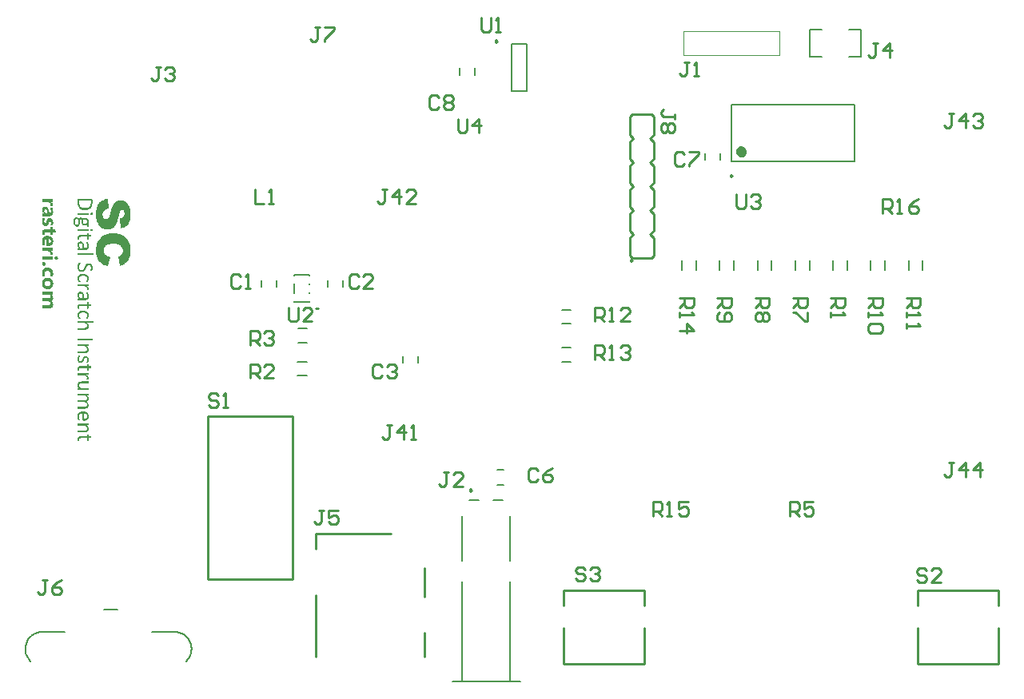
<source format=gto>
G04 Layer_Color=15132400*
%FSLAX25Y25*%
%MOIN*%
G70*
G01*
G75*
%ADD24C,0.00787*%
%ADD25C,0.00984*%
%ADD51C,0.01000*%
%ADD52C,0.02362*%
%ADD53C,0.00600*%
%ADD54C,0.00394*%
G36*
X125369Y194981D02*
X125380D01*
X125402Y194970D01*
X125435D01*
X125468Y194959D01*
X125479D01*
X125490Y194948D01*
X125533Y194904D01*
Y194893D01*
X125544Y194882D01*
X125555Y194839D01*
Y194237D01*
X126583D01*
X126615Y194227D01*
X126626D01*
X126637Y194205D01*
X126670Y194161D01*
Y194150D01*
X126681Y194128D01*
X126692Y194095D01*
X126703Y194052D01*
Y194041D01*
X126714Y193997D01*
Y193931D01*
Y193855D01*
Y193844D01*
Y193833D01*
Y193789D01*
Y193724D01*
X126703Y193669D01*
Y193658D01*
X126692Y193625D01*
X126681Y193582D01*
X126670Y193549D01*
Y193538D01*
X126659Y193527D01*
X126615Y193483D01*
X126604Y193472D01*
X126561Y193462D01*
X125555D01*
Y192379D01*
Y192368D01*
Y192358D01*
X125533Y192314D01*
Y192303D01*
X125522Y192292D01*
X125468Y192259D01*
X125457D01*
X125446Y192248D01*
X125413Y192237D01*
X125369Y192226D01*
X125358D01*
X125337Y192216D01*
X125129D01*
X125052Y192237D01*
X124976Y192259D01*
X124965Y192270D01*
X124943Y192292D01*
X124921Y192325D01*
X124910Y192379D01*
Y193462D01*
X122462D01*
X122386Y193451D01*
X122287D01*
X122069Y193407D01*
X121970Y193385D01*
X121872Y193341D01*
X121861Y193330D01*
X121839Y193319D01*
X121806Y193287D01*
X121763Y193232D01*
X121719Y193166D01*
X121686Y193090D01*
X121664Y192991D01*
X121653Y192871D01*
Y192849D01*
Y192806D01*
Y192751D01*
X121664Y192685D01*
Y192675D01*
X121675Y192631D01*
X121697Y192587D01*
X121708Y192532D01*
X121719Y192522D01*
X121730Y192489D01*
X121763Y192423D01*
Y192412D01*
X121773Y192390D01*
X121784Y192325D01*
Y192314D01*
X121763Y192281D01*
X121751Y192270D01*
X121719Y192248D01*
X121708D01*
X121697Y192237D01*
X121631Y192226D01*
X121620D01*
X121598Y192216D01*
X121413D01*
X121347Y192226D01*
X121271Y192237D01*
X121260D01*
X121227Y192248D01*
X121183Y192270D01*
X121150Y192303D01*
Y192314D01*
X121128Y192325D01*
X121107Y192358D01*
X121085Y192412D01*
Y192423D01*
X121074Y192467D01*
X121063Y192522D01*
X121041Y192587D01*
Y192598D01*
X121030Y192642D01*
X121019Y192707D01*
X121008Y192784D01*
Y192806D01*
X120997Y192849D01*
X120986Y192926D01*
Y193002D01*
Y193013D01*
Y193057D01*
Y193123D01*
X120997Y193199D01*
X121008Y193287D01*
X121019Y193385D01*
X121063Y193571D01*
Y193582D01*
X121085Y193604D01*
X121096Y193647D01*
X121128Y193702D01*
X121216Y193833D01*
X121325Y193953D01*
X121336Y193964D01*
X121358Y193975D01*
X121402Y194008D01*
X121456Y194041D01*
X121522Y194074D01*
X121598Y194106D01*
X121784Y194172D01*
X121795D01*
X121828Y194183D01*
X121894Y194194D01*
X121970Y194205D01*
X122058Y194216D01*
X122167Y194227D01*
X122287Y194237D01*
X124910D01*
Y194839D01*
Y194850D01*
X124921Y194882D01*
X124943Y194926D01*
X124976Y194959D01*
X124987D01*
X125041Y194970D01*
X125118Y194981D01*
X125227Y194992D01*
X125326D01*
X125369Y194981D01*
D02*
G37*
G36*
X125490Y199495D02*
X125501Y199484D01*
X125522Y199462D01*
X125533Y199440D01*
Y199429D01*
X125544Y199407D01*
X125555Y199375D01*
X125566Y199331D01*
Y199320D01*
X125577Y199287D01*
Y199232D01*
Y199156D01*
Y199134D01*
Y199101D01*
Y199047D01*
X125566Y198992D01*
Y198981D01*
X125555Y198948D01*
X125544Y198916D01*
X125533Y198883D01*
Y198872D01*
X125522Y198861D01*
X125511Y198839D01*
X125490Y198828D01*
X125479Y198817D01*
X125424Y198806D01*
X124867D01*
X124888Y198784D01*
X124932Y198741D01*
X124998Y198675D01*
X125085Y198577D01*
X125183Y198478D01*
X125282Y198358D01*
X125369Y198227D01*
X125446Y198096D01*
X125457Y198074D01*
X125479Y198030D01*
X125511Y197965D01*
X125544Y197866D01*
X125577Y197757D01*
X125610Y197637D01*
X125632Y197506D01*
X125643Y197374D01*
Y197353D01*
Y197298D01*
X125632Y197221D01*
X125621Y197123D01*
X125610Y197014D01*
X125577Y196894D01*
X125544Y196773D01*
X125490Y196664D01*
X125479Y196653D01*
X125468Y196609D01*
X125435Y196566D01*
X125391Y196489D01*
X125337Y196423D01*
X125271Y196336D01*
X125195Y196260D01*
X125107Y196194D01*
X125096Y196183D01*
X125063Y196161D01*
X125009Y196128D01*
X124943Y196096D01*
X124867Y196052D01*
X124768Y196008D01*
X124659Y195965D01*
X124539Y195932D01*
X124528D01*
X124484Y195921D01*
X124418Y195899D01*
X124320Y195888D01*
X124211Y195866D01*
X124080Y195855D01*
X123927Y195844D01*
X121150D01*
X121107Y195866D01*
X121096Y195877D01*
X121063Y195932D01*
Y195943D01*
X121052Y195965D01*
Y195997D01*
X121041Y196052D01*
Y196063D01*
Y196096D01*
X121030Y196161D01*
Y196238D01*
Y196260D01*
Y196303D01*
Y196369D01*
X121041Y196434D01*
Y196445D01*
X121052Y196467D01*
X121063Y196544D01*
Y196555D01*
X121074Y196566D01*
X121107Y196609D01*
X121128D01*
X121172Y196620D01*
X123795D01*
X123872Y196631D01*
X124058Y196642D01*
X124156Y196664D01*
X124244Y196686D01*
X124255D01*
X124287Y196697D01*
X124320Y196708D01*
X124375Y196730D01*
X124506Y196773D01*
X124626Y196850D01*
X124637D01*
X124659Y196872D01*
X124724Y196926D01*
X124801Y197014D01*
X124878Y197134D01*
Y197145D01*
X124888Y197167D01*
X124910Y197199D01*
X124921Y197243D01*
X124954Y197374D01*
X124965Y197527D01*
Y197538D01*
Y197582D01*
X124954Y197637D01*
X124943Y197713D01*
X124910Y197801D01*
X124878Y197899D01*
X124823Y198008D01*
X124746Y198118D01*
X124735Y198129D01*
X124714Y198172D01*
X124659Y198227D01*
X124593Y198303D01*
X124506Y198402D01*
X124407Y198500D01*
X124287Y198609D01*
X124145Y198730D01*
X121150D01*
X121107Y198752D01*
X121096Y198763D01*
X121063Y198817D01*
Y198828D01*
X121052Y198850D01*
Y198883D01*
X121041Y198937D01*
Y198948D01*
Y198981D01*
X121030Y199047D01*
Y199123D01*
Y199145D01*
Y199189D01*
Y199254D01*
X121041Y199320D01*
Y199331D01*
X121052Y199353D01*
X121063Y199429D01*
Y199440D01*
X121074Y199451D01*
X121107Y199495D01*
X121128D01*
X121172Y199506D01*
X125446D01*
X125490Y199495D01*
D02*
G37*
G36*
X133835Y289200D02*
X133784D01*
X133656Y289174D01*
X133478Y289149D01*
X133274Y289072D01*
X132764Y288919D01*
X132508Y288792D01*
X132304Y288664D01*
X132279Y288639D01*
X132177Y288537D01*
X132049Y288384D01*
X131896Y288179D01*
X131718Y287899D01*
X131590Y287567D01*
X131488Y287185D01*
X131462Y286751D01*
Y286700D01*
Y286598D01*
X131488Y286445D01*
X131514Y286215D01*
X131564Y285986D01*
X131641Y285756D01*
X131743Y285526D01*
X131871Y285322D01*
X131896Y285297D01*
X131947Y285246D01*
X132049Y285169D01*
X132151Y285067D01*
X132304Y284965D01*
X132483Y284889D01*
X132687Y284838D01*
X132891Y284812D01*
X132993D01*
X133095Y284838D01*
X133223Y284863D01*
X133376Y284940D01*
X133529Y285016D01*
X133707Y285144D01*
X133860Y285297D01*
X133886Y285322D01*
X133937Y285399D01*
X134013Y285552D01*
X134116Y285756D01*
X134243Y286062D01*
X134396Y286445D01*
X134473Y286674D01*
X134524Y286929D01*
X134600Y287210D01*
X134677Y287516D01*
Y287542D01*
X134702Y287644D01*
X134753Y287797D01*
X134779Y287975D01*
X134855Y288205D01*
X134932Y288486D01*
X135008Y288766D01*
X135110Y289072D01*
X135365Y289761D01*
X135646Y290424D01*
X135978Y291037D01*
X136156Y291317D01*
X136360Y291572D01*
X136386D01*
X136411Y291623D01*
X136539Y291751D01*
X136768Y291955D01*
X137100Y292159D01*
X137483Y292389D01*
X137942Y292593D01*
X138452Y292720D01*
X138733Y292746D01*
X139039Y292771D01*
X139217D01*
X139447Y292746D01*
X139702Y292695D01*
X140008Y292618D01*
X140365Y292516D01*
X140723Y292363D01*
X141080Y292159D01*
X141131Y292134D01*
X141233Y292032D01*
X141411Y291879D01*
X141641Y291674D01*
X141870Y291419D01*
X142126Y291088D01*
X142355Y290705D01*
X142585Y290271D01*
Y290246D01*
X142610Y290220D01*
X142636Y290144D01*
X142661Y290042D01*
X142712Y289914D01*
X142763Y289761D01*
X142814Y289583D01*
X142865Y289378D01*
X142916Y289149D01*
X142967Y288868D01*
X143070Y288282D01*
X143121Y287593D01*
X143146Y286827D01*
Y286802D01*
Y286700D01*
Y286572D01*
X143121Y286394D01*
Y286164D01*
X143095Y285909D01*
X143070Y285629D01*
X143018Y285322D01*
X142891Y284659D01*
X142712Y283970D01*
X142457Y283333D01*
X142304Y283027D01*
X142126Y282746D01*
Y282720D01*
X142075Y282695D01*
X141947Y282516D01*
X141692Y282287D01*
X141360Y282006D01*
X141156Y281853D01*
X140927Y281726D01*
X140646Y281572D01*
X140365Y281445D01*
X140059Y281317D01*
X139728Y281215D01*
X139345Y281139D01*
X138962Y281062D01*
X138733Y285144D01*
X138784D01*
X138886Y285169D01*
X139064Y285220D01*
X139269Y285297D01*
X139473Y285399D01*
X139702Y285501D01*
X139932Y285654D01*
X140110Y285833D01*
X140136Y285858D01*
X140187Y285935D01*
X140238Y286037D01*
X140340Y286190D01*
X140417Y286394D01*
X140468Y286649D01*
X140518Y286929D01*
X140544Y287261D01*
Y287287D01*
Y287389D01*
X140518Y287516D01*
X140493Y287695D01*
X140417Y288077D01*
X140314Y288256D01*
X140212Y288409D01*
X140187Y288435D01*
X140161Y288460D01*
X140008Y288588D01*
X139753Y288715D01*
X139600Y288741D01*
X139447Y288766D01*
X139396D01*
X139243Y288715D01*
X139039Y288639D01*
X138937Y288562D01*
X138835Y288460D01*
Y288435D01*
X138784Y288384D01*
X138733Y288307D01*
X138656Y288154D01*
X138580Y287975D01*
X138503Y287720D01*
X138401Y287414D01*
X138325Y287032D01*
Y287006D01*
X138299Y286904D01*
X138274Y286751D01*
X138223Y286572D01*
X138172Y286343D01*
X138095Y286062D01*
X138019Y285756D01*
X137942Y285450D01*
X137763Y284787D01*
X137534Y284098D01*
X137304Y283486D01*
X137202Y283205D01*
X137075Y282950D01*
Y282925D01*
X137049Y282899D01*
X136973Y282746D01*
X136845Y282542D01*
X136667Y282261D01*
X136437Y281981D01*
X136182Y281675D01*
X135876Y281394D01*
X135544Y281164D01*
X135493Y281139D01*
X135391Y281088D01*
X135187Y280986D01*
X134932Y280884D01*
X134626Y280782D01*
X134294Y280680D01*
X133886Y280629D01*
X133478Y280603D01*
X133248D01*
X132993Y280654D01*
X132661Y280705D01*
X132279Y280782D01*
X131845Y280935D01*
X131411Y281113D01*
X130978Y281368D01*
X130927Y281394D01*
X130799Y281496D01*
X130595Y281675D01*
X130340Y281904D01*
X130059Y282210D01*
X129779Y282567D01*
X129524Y282976D01*
X129269Y283460D01*
Y283486D01*
X129243Y283511D01*
X129218Y283588D01*
X129192Y283690D01*
X129141Y283817D01*
X129090Y283996D01*
X129039Y284174D01*
X128988Y284379D01*
X128886Y284863D01*
X128784Y285450D01*
X128733Y286088D01*
X128707Y286827D01*
Y286878D01*
Y286981D01*
Y287159D01*
X128733Y287414D01*
X128758Y287695D01*
X128784Y288026D01*
X128809Y288384D01*
X128886Y288792D01*
X129039Y289608D01*
X129269Y290424D01*
X129422Y290807D01*
X129626Y291164D01*
X129830Y291496D01*
X130059Y291776D01*
X130085Y291802D01*
X130136Y291827D01*
X130212Y291904D01*
X130315Y291981D01*
X130442Y292083D01*
X130595Y292210D01*
X130799Y292338D01*
X131003Y292465D01*
X131514Y292746D01*
X132126Y293001D01*
X132789Y293179D01*
X133172Y293256D01*
X133554Y293307D01*
X133835Y289200D01*
D02*
G37*
G36*
X110737Y291941D02*
X109906D01*
Y291930D01*
X109917D01*
X109950Y291919D01*
X109994Y291897D01*
X110048Y291864D01*
X110190Y291777D01*
X110365Y291657D01*
X110529Y291504D01*
X110606Y291405D01*
X110671Y291296D01*
X110726Y291176D01*
X110769Y291055D01*
X110802Y290913D01*
X110813Y290760D01*
Y290749D01*
Y290728D01*
Y290684D01*
X110802Y290640D01*
X110791Y290520D01*
X110759Y290422D01*
X109502D01*
X109513Y290433D01*
X109523Y290465D01*
X109545Y290520D01*
X109567Y290585D01*
X109589Y290673D01*
X109611Y290771D01*
X109633Y290881D01*
Y291001D01*
Y291023D01*
Y291077D01*
X109611Y291154D01*
X109589Y291252D01*
X109556Y291361D01*
X109491Y291471D01*
X109414Y291591D01*
X109305Y291689D01*
X109294Y291700D01*
X109250Y291733D01*
X109174Y291766D01*
X109075Y291810D01*
X108944Y291864D01*
X108791Y291897D01*
X108605Y291930D01*
X108409Y291941D01*
X106299D01*
Y293318D01*
X110737D01*
Y291941D01*
D02*
G37*
G36*
X136284Y278919D02*
X136513D01*
X136820Y278894D01*
X137151Y278843D01*
X137508Y278792D01*
X137917Y278715D01*
X138350Y278613D01*
X138784Y278486D01*
X139217Y278358D01*
X139677Y278180D01*
X140110Y277950D01*
X140518Y277720D01*
X140927Y277440D01*
X141284Y277108D01*
X141309Y277083D01*
X141360Y277032D01*
X141462Y276904D01*
X141564Y276777D01*
X141718Y276572D01*
X141870Y276343D01*
X142049Y276088D01*
X142228Y275756D01*
X142381Y275425D01*
X142559Y275016D01*
X142712Y274583D01*
X142865Y274124D01*
X142967Y273613D01*
X143070Y273078D01*
X143121Y272491D01*
X143146Y271879D01*
Y271853D01*
Y271751D01*
Y271623D01*
X143121Y271445D01*
Y271215D01*
X143095Y270960D01*
X143070Y270680D01*
X143018Y270374D01*
X142891Y269685D01*
X142687Y268996D01*
X142432Y268333D01*
X142253Y268027D01*
X142075Y267721D01*
Y267695D01*
X142024Y267644D01*
X141973Y267567D01*
X141870Y267465D01*
X141769Y267338D01*
X141615Y267185D01*
X141462Y267032D01*
X141258Y266853D01*
X141054Y266675D01*
X140799Y266496D01*
X140544Y266292D01*
X140238Y266113D01*
X139906Y265935D01*
X139575Y265756D01*
X139192Y265603D01*
X138784Y265450D01*
X137942Y269277D01*
X137968D01*
X138044Y269302D01*
X138172Y269353D01*
X138299Y269404D01*
X138605Y269557D01*
X138733Y269634D01*
X138860Y269710D01*
X138886Y269736D01*
X138937Y269761D01*
X139039Y269863D01*
X139141Y269965D01*
X139396Y270246D01*
X139626Y270603D01*
X139651Y270629D01*
X139677Y270680D01*
X139728Y270807D01*
X139779Y270935D01*
X139830Y271113D01*
X139855Y271317D01*
X139906Y271547D01*
Y271777D01*
Y271802D01*
Y271853D01*
Y271930D01*
X139881Y272006D01*
X139855Y272287D01*
X139753Y272618D01*
X139626Y272976D01*
X139396Y273358D01*
X139116Y273715D01*
X138911Y273868D01*
X138707Y274022D01*
X138656Y274047D01*
X138554Y274124D01*
X138325Y274200D01*
X138044Y274302D01*
X137661Y274430D01*
X137202Y274506D01*
X136641Y274583D01*
X135978Y274608D01*
X135595D01*
X135416Y274583D01*
X135187D01*
X134702Y274532D01*
X134192Y274430D01*
X133656Y274328D01*
X133172Y274149D01*
X132967Y274047D01*
X132789Y273919D01*
X132764Y273894D01*
X132661Y273792D01*
X132534Y273613D01*
X132381Y273409D01*
X132202Y273129D01*
X132075Y272772D01*
X131973Y272389D01*
X131947Y271930D01*
Y271904D01*
Y271879D01*
Y271726D01*
X131973Y271496D01*
X132024Y271215D01*
X132126Y270909D01*
X132228Y270603D01*
X132406Y270297D01*
X132636Y270042D01*
X132661Y270016D01*
X132764Y269940D01*
X132916Y269812D01*
X133146Y269685D01*
X133427Y269532D01*
X133784Y269379D01*
X134192Y269226D01*
X134677Y269098D01*
X133503Y265323D01*
X133478D01*
X133427Y265348D01*
X133350Y265374D01*
X133248Y265399D01*
X132942Y265476D01*
X132585Y265629D01*
X132151Y265782D01*
X131718Y266011D01*
X131284Y266241D01*
X130850Y266547D01*
X130799Y266573D01*
X130672Y266700D01*
X130493Y266879D01*
X130238Y267108D01*
X129983Y267414D01*
X129728Y267746D01*
X129473Y268154D01*
X129243Y268588D01*
Y268613D01*
X129218Y268639D01*
X129192Y268715D01*
X129167Y268792D01*
X129065Y269073D01*
X128988Y269430D01*
X128886Y269863D01*
X128784Y270399D01*
X128733Y271011D01*
X128707Y271674D01*
Y271700D01*
Y271777D01*
Y271904D01*
Y272057D01*
X128733Y272261D01*
Y272465D01*
X128758Y272721D01*
X128784Y273001D01*
X128860Y273588D01*
X128988Y274226D01*
X129141Y274838D01*
X129345Y275425D01*
Y275450D01*
X129371Y275476D01*
X129422Y275552D01*
X129473Y275654D01*
X129651Y275935D01*
X129881Y276266D01*
X130212Y276649D01*
X130595Y277083D01*
X131080Y277491D01*
X131667Y277899D01*
X131692D01*
X131743Y277950D01*
X131845Y278001D01*
X131973Y278052D01*
X132126Y278129D01*
X132330Y278231D01*
X132559Y278333D01*
X132840Y278409D01*
X133121Y278511D01*
X133452Y278613D01*
X133809Y278690D01*
X134192Y278792D01*
X134600Y278843D01*
X135034Y278894D01*
X135952Y278945D01*
X136105D01*
X136284Y278919D01*
D02*
G37*
G36*
X123478Y204588D02*
X123610Y204577D01*
X123763Y204566D01*
X123927Y204544D01*
X124101Y204512D01*
X124265Y204468D01*
X124287Y204457D01*
X124342Y204446D01*
X124418Y204413D01*
X124528Y204359D01*
X124637Y204304D01*
X124768Y204239D01*
X124888Y204151D01*
X125009Y204064D01*
X125020Y204053D01*
X125063Y204020D01*
X125118Y203954D01*
X125183Y203878D01*
X125260Y203790D01*
X125337Y203681D01*
X125413Y203550D01*
X125479Y203419D01*
X125490Y203397D01*
X125501Y203353D01*
X125533Y203277D01*
X125566Y203167D01*
X125588Y203047D01*
X125621Y202894D01*
X125632Y202741D01*
X125643Y202566D01*
Y202555D01*
Y202544D01*
Y202479D01*
X125632Y202391D01*
X125621Y202271D01*
X125599Y202140D01*
X125577Y201998D01*
X125533Y201856D01*
X125479Y201714D01*
X125468Y201703D01*
X125446Y201648D01*
X125413Y201583D01*
X125358Y201506D01*
X125304Y201418D01*
X125227Y201320D01*
X125140Y201222D01*
X125041Y201134D01*
X125031Y201123D01*
X124998Y201102D01*
X124932Y201058D01*
X124856Y201003D01*
X124768Y200949D01*
X124659Y200894D01*
X124539Y200839D01*
X124407Y200796D01*
X124397D01*
X124342Y200774D01*
X124276Y200763D01*
X124178Y200741D01*
X124058Y200719D01*
X123927Y200708D01*
X123784Y200686D01*
X123457D01*
X123391Y200697D01*
X123304Y200730D01*
X123227Y200785D01*
X123216Y200796D01*
X123194Y200839D01*
X123161Y200905D01*
X123151Y200992D01*
Y203790D01*
X123019D01*
X122932Y203779D01*
X122834D01*
X122724Y203758D01*
X122506Y203725D01*
X122495D01*
X122462Y203714D01*
X122407Y203692D01*
X122342Y203670D01*
X122178Y203594D01*
X122014Y203484D01*
X122003Y203473D01*
X121981Y203451D01*
X121948Y203419D01*
X121905Y203364D01*
X121850Y203309D01*
X121806Y203233D01*
X121708Y203058D01*
Y203047D01*
X121697Y203014D01*
X121675Y202949D01*
X121664Y202872D01*
X121642Y202774D01*
X121620Y202665D01*
X121609Y202544D01*
Y202402D01*
Y202391D01*
Y202348D01*
Y202293D01*
X121620Y202216D01*
X121631Y202042D01*
X121653Y201867D01*
Y201856D01*
X121664Y201823D01*
X121675Y201779D01*
X121686Y201725D01*
X121719Y201593D01*
X121763Y201451D01*
Y201440D01*
X121773Y201418D01*
X121806Y201353D01*
X121839Y201255D01*
X121872Y201167D01*
Y201156D01*
X121883Y201145D01*
X121905Y201102D01*
X121915Y201047D01*
X121926Y200992D01*
Y200981D01*
Y200970D01*
X121905Y200938D01*
Y200927D01*
X121894Y200916D01*
X121850Y200894D01*
X121839D01*
X121828Y200883D01*
X121763Y200872D01*
X121751D01*
X121730Y200861D01*
X121588D01*
X121511Y200872D01*
X121489D01*
X121424Y200883D01*
X121402Y200894D01*
X121358Y200916D01*
X121347Y200927D01*
X121314Y200949D01*
X121292Y200970D01*
X121271Y201025D01*
X121227Y201102D01*
Y201113D01*
X121216Y201123D01*
X121205Y201156D01*
X121194Y201189D01*
X121161Y201298D01*
X121118Y201440D01*
Y201451D01*
X121107Y201473D01*
X121096Y201517D01*
X121085Y201572D01*
X121074Y201637D01*
X121052Y201725D01*
X121019Y201910D01*
Y201921D01*
X121008Y201954D01*
Y202009D01*
X120997Y202074D01*
X120986Y202162D01*
Y202260D01*
X120975Y202479D01*
Y202490D01*
Y202501D01*
Y202566D01*
X120986Y202665D01*
X120997Y202785D01*
X121008Y202938D01*
X121041Y203091D01*
X121074Y203244D01*
X121118Y203397D01*
X121128Y203419D01*
X121140Y203462D01*
X121183Y203539D01*
X121227Y203626D01*
X121282Y203736D01*
X121358Y203845D01*
X121446Y203954D01*
X121544Y204064D01*
X121555Y204075D01*
X121598Y204107D01*
X121664Y204151D01*
X121741Y204217D01*
X121850Y204282D01*
X121970Y204348D01*
X122112Y204413D01*
X122265Y204468D01*
X122287D01*
X122342Y204490D01*
X122429Y204512D01*
X122560Y204534D01*
X122702Y204555D01*
X122877Y204577D01*
X123074Y204588D01*
X123282Y204599D01*
X123369D01*
X123478Y204588D01*
D02*
G37*
G36*
X125369Y224295D02*
X125380D01*
X125402Y224284D01*
X125435D01*
X125468Y224273D01*
X125479D01*
X125490Y224262D01*
X125533Y224219D01*
Y224208D01*
X125544Y224197D01*
X125555Y224153D01*
Y223552D01*
X126583D01*
X126615Y223541D01*
X126626D01*
X126637Y223519D01*
X126670Y223475D01*
Y223464D01*
X126681Y223443D01*
X126692Y223410D01*
X126703Y223366D01*
Y223355D01*
X126714Y223311D01*
Y223246D01*
Y223169D01*
Y223158D01*
Y223147D01*
Y223104D01*
Y223038D01*
X126703Y222983D01*
Y222972D01*
X126692Y222940D01*
X126681Y222896D01*
X126670Y222863D01*
Y222852D01*
X126659Y222841D01*
X126615Y222798D01*
X126604Y222787D01*
X126561Y222776D01*
X125555D01*
Y221694D01*
Y221683D01*
Y221672D01*
X125533Y221628D01*
Y221617D01*
X125522Y221606D01*
X125468Y221573D01*
X125457D01*
X125446Y221563D01*
X125413Y221552D01*
X125369Y221541D01*
X125358D01*
X125337Y221530D01*
X125129D01*
X125052Y221552D01*
X124976Y221573D01*
X124965Y221584D01*
X124943Y221606D01*
X124921Y221639D01*
X124910Y221694D01*
Y222776D01*
X122462D01*
X122386Y222765D01*
X122287D01*
X122069Y222721D01*
X121970Y222699D01*
X121872Y222656D01*
X121861Y222645D01*
X121839Y222634D01*
X121806Y222601D01*
X121763Y222546D01*
X121719Y222481D01*
X121686Y222404D01*
X121664Y222306D01*
X121653Y222185D01*
Y222164D01*
Y222120D01*
Y222065D01*
X121664Y222000D01*
Y221989D01*
X121675Y221945D01*
X121697Y221901D01*
X121708Y221847D01*
X121719Y221836D01*
X121730Y221803D01*
X121763Y221737D01*
Y221726D01*
X121773Y221705D01*
X121784Y221639D01*
Y221628D01*
X121763Y221595D01*
X121751Y221584D01*
X121719Y221563D01*
X121708D01*
X121697Y221552D01*
X121631Y221541D01*
X121620D01*
X121598Y221530D01*
X121413D01*
X121347Y221541D01*
X121271Y221552D01*
X121260D01*
X121227Y221563D01*
X121183Y221584D01*
X121150Y221617D01*
Y221628D01*
X121128Y221639D01*
X121107Y221672D01*
X121085Y221726D01*
Y221737D01*
X121074Y221781D01*
X121063Y221836D01*
X121041Y221901D01*
Y221912D01*
X121030Y221956D01*
X121019Y222022D01*
X121008Y222098D01*
Y222120D01*
X120997Y222164D01*
X120986Y222240D01*
Y222317D01*
Y222328D01*
Y222371D01*
Y222437D01*
X120997Y222513D01*
X121008Y222601D01*
X121019Y222699D01*
X121063Y222885D01*
Y222896D01*
X121085Y222918D01*
X121096Y222962D01*
X121128Y223016D01*
X121216Y223147D01*
X121325Y223268D01*
X121336Y223278D01*
X121358Y223289D01*
X121402Y223322D01*
X121456Y223355D01*
X121522Y223388D01*
X121598Y223421D01*
X121784Y223486D01*
X121795D01*
X121828Y223497D01*
X121894Y223508D01*
X121970Y223519D01*
X122058Y223530D01*
X122167Y223541D01*
X122287Y223552D01*
X124910D01*
Y224153D01*
Y224164D01*
X124921Y224197D01*
X124943Y224240D01*
X124976Y224273D01*
X124987D01*
X125041Y224284D01*
X125118Y224295D01*
X125227Y224306D01*
X125326D01*
X125369Y224295D01*
D02*
G37*
G36*
X121861Y227847D02*
X121894D01*
X121926Y227836D01*
X121937D01*
X121948Y227825D01*
X121970Y227803D01*
X121981Y227793D01*
Y227782D01*
X121992Y227771D01*
X122003Y227727D01*
Y227716D01*
X121992Y227694D01*
X121981Y227650D01*
X121937Y227585D01*
X121926Y227563D01*
X121894Y227508D01*
X121850Y227432D01*
X121795Y227334D01*
Y227323D01*
X121784Y227301D01*
X121773Y227279D01*
X121751Y227235D01*
X121708Y227126D01*
X121653Y226984D01*
Y226973D01*
X121642Y226951D01*
X121631Y226907D01*
Y226842D01*
X121620Y226776D01*
X121609Y226689D01*
X121598Y226503D01*
Y226492D01*
Y226470D01*
Y226437D01*
Y226383D01*
X121609Y226273D01*
X121631Y226153D01*
Y226142D01*
X121642Y226120D01*
X121664Y226055D01*
X121697Y225967D01*
X121751Y225869D01*
Y225858D01*
X121763Y225847D01*
X121817Y225803D01*
X121883Y225738D01*
X121970Y225683D01*
X121981D01*
X121992Y225672D01*
X122058Y225650D01*
X122156Y225628D01*
X122276Y225618D01*
X122342D01*
X122374Y225628D01*
X122473Y225661D01*
X122571Y225716D01*
X122582D01*
X122593Y225727D01*
X122648Y225781D01*
X122724Y225858D01*
X122790Y225956D01*
Y225967D01*
X122812Y225978D01*
X122823Y226011D01*
X122845Y226055D01*
X122899Y226164D01*
X122954Y226295D01*
Y226306D01*
X122965Y226328D01*
X122987Y226361D01*
X122998Y226415D01*
X123052Y226536D01*
X123107Y226689D01*
Y226700D01*
X123118Y226722D01*
X123140Y226765D01*
X123161Y226809D01*
X123227Y226940D01*
X123293Y227082D01*
Y227093D01*
X123314Y227115D01*
X123336Y227148D01*
X123358Y227191D01*
X123435Y227301D01*
X123533Y227421D01*
X123544Y227432D01*
X123566Y227443D01*
X123588Y227476D01*
X123632Y227508D01*
X123741Y227585D01*
X123883Y227661D01*
X123894D01*
X123916Y227672D01*
X123959Y227683D01*
X124025Y227705D01*
X124091Y227716D01*
X124178Y227738D01*
X124375Y227749D01*
X124462D01*
X124528Y227738D01*
X124681Y227716D01*
X124856Y227661D01*
X124867D01*
X124899Y227640D01*
X124943Y227618D01*
X124998Y227585D01*
X125129Y227498D01*
X125260Y227377D01*
X125271Y227366D01*
X125293Y227344D01*
X125326Y227301D01*
X125358Y227246D01*
X125402Y227170D01*
X125446Y227093D01*
X125533Y226896D01*
Y226885D01*
X125555Y226842D01*
X125566Y226787D01*
X125588Y226700D01*
X125610Y226601D01*
X125621Y226481D01*
X125643Y226350D01*
Y226208D01*
Y226197D01*
Y226175D01*
Y226142D01*
Y226109D01*
X125632Y226000D01*
X125610Y225880D01*
Y225869D01*
Y225847D01*
X125599Y225814D01*
X125588Y225771D01*
X125566Y225672D01*
X125533Y225574D01*
Y225563D01*
X125522Y225552D01*
X125511Y225486D01*
X125479Y225410D01*
X125446Y225333D01*
X125435Y225311D01*
X125413Y225279D01*
X125391Y225235D01*
X125358Y225191D01*
Y225180D01*
X125337Y225159D01*
X125315Y225137D01*
X125293Y225126D01*
X125271Y225115D01*
X125227Y225104D01*
X125216D01*
X125205Y225093D01*
X125140Y225082D01*
X125129D01*
X125107Y225071D01*
X124921D01*
X124867Y225082D01*
X124856D01*
X124834Y225093D01*
X124779Y225115D01*
X124757Y225126D01*
X124724Y225148D01*
Y225159D01*
X124714Y225202D01*
Y225213D01*
X124724Y225235D01*
X124735Y225268D01*
X124757Y225322D01*
X124768Y225333D01*
X124790Y225377D01*
X124823Y225443D01*
X124867Y225530D01*
X124878Y225552D01*
X124910Y225607D01*
X124943Y225705D01*
X124987Y225825D01*
Y225836D01*
X124998Y225858D01*
X125009Y225891D01*
X125020Y225935D01*
X125031Y226066D01*
X125041Y226219D01*
Y226230D01*
Y226252D01*
Y226284D01*
X125031Y226339D01*
X125020Y226448D01*
X124987Y226569D01*
Y226579D01*
X124976Y226590D01*
X124954Y226656D01*
X124910Y226743D01*
X124856Y226820D01*
X124845Y226831D01*
X124801Y226874D01*
X124735Y226918D01*
X124659Y226962D01*
X124637Y226973D01*
X124593Y226984D01*
X124517Y226995D01*
X124418Y227006D01*
X124353D01*
X124309Y226995D01*
X124211Y226973D01*
X124101Y226918D01*
X124080Y226896D01*
X124025Y226853D01*
X123959Y226776D01*
X123883Y226678D01*
Y226667D01*
X123872Y226645D01*
X123850Y226623D01*
X123828Y226579D01*
X123774Y226470D01*
X123719Y226328D01*
Y226317D01*
X123708Y226295D01*
X123686Y226252D01*
X123675Y226208D01*
X123621Y226077D01*
X123566Y225935D01*
Y225924D01*
X123555Y225902D01*
X123533Y225858D01*
X123511Y225814D01*
X123457Y225683D01*
X123380Y225541D01*
Y225530D01*
X123358Y225508D01*
X123336Y225476D01*
X123314Y225421D01*
X123238Y225311D01*
X123140Y225191D01*
X123129Y225180D01*
X123118Y225169D01*
X123085Y225137D01*
X123052Y225104D01*
X122943Y225027D01*
X122801Y224951D01*
X122790D01*
X122768Y224940D01*
X122724Y224918D01*
X122670Y224896D01*
X122604Y224885D01*
X122517Y224863D01*
X122331Y224852D01*
X122276D01*
X122211Y224863D01*
X122134D01*
X122047Y224885D01*
X121948Y224907D01*
X121850Y224940D01*
X121751Y224984D01*
X121741D01*
X121708Y225006D01*
X121664Y225038D01*
X121609Y225071D01*
X121467Y225180D01*
X121325Y225322D01*
X121314Y225333D01*
X121292Y225366D01*
X121271Y225410D01*
X121227Y225465D01*
X121183Y225541D01*
X121140Y225639D01*
X121096Y225738D01*
X121063Y225847D01*
Y225858D01*
X121052Y225902D01*
X121041Y225967D01*
X121019Y226044D01*
X121008Y226142D01*
X120986Y226262D01*
X120975Y226394D01*
Y226525D01*
Y226536D01*
Y226569D01*
Y226612D01*
X120986Y226667D01*
X120997Y226809D01*
X121019Y226962D01*
Y226973D01*
X121030Y226995D01*
Y227028D01*
X121041Y227082D01*
X121063Y227191D01*
X121096Y227323D01*
Y227334D01*
X121107Y227344D01*
X121128Y227421D01*
X121161Y227508D01*
X121205Y227607D01*
X121216Y227629D01*
X121249Y227672D01*
X121282Y227727D01*
X121314Y227771D01*
X121325Y227782D01*
X121347Y227793D01*
X121391Y227815D01*
X121446Y227836D01*
X121456D01*
X121511Y227847D01*
X121577Y227858D01*
X121839D01*
X121861Y227847D01*
D02*
G37*
G36*
X125490Y220491D02*
X125501Y220480D01*
X125522Y220459D01*
X125533Y220437D01*
Y220426D01*
X125544Y220404D01*
X125555Y220371D01*
X125566Y220327D01*
Y220317D01*
X125577Y220284D01*
Y220229D01*
Y220153D01*
Y220131D01*
Y220098D01*
Y220043D01*
X125566Y219989D01*
Y219978D01*
X125555Y219945D01*
X125544Y219912D01*
X125533Y219879D01*
Y219868D01*
X125522Y219857D01*
X125511Y219836D01*
X125490Y219825D01*
X125479Y219814D01*
X125424Y219803D01*
X124801D01*
X124812Y219792D01*
X124845Y219770D01*
X124888Y219737D01*
X124954Y219693D01*
X125085Y219595D01*
X125216Y219475D01*
X125227Y219464D01*
X125249Y219453D01*
X125315Y219376D01*
X125391Y219289D01*
X125468Y219191D01*
Y219180D01*
X125479Y219169D01*
X125522Y219103D01*
X125566Y219016D01*
X125599Y218917D01*
Y218906D01*
X125610Y218896D01*
X125621Y218830D01*
X125632Y218743D01*
X125643Y218644D01*
Y218633D01*
Y218601D01*
Y218557D01*
X125632Y218502D01*
Y218491D01*
X125621Y218458D01*
X125610Y218404D01*
X125599Y218349D01*
Y218338D01*
X125588Y218295D01*
X125577Y218251D01*
X125555Y218196D01*
Y218185D01*
X125544Y218152D01*
X125533Y218120D01*
X125511Y218098D01*
Y218087D01*
X125501Y218076D01*
X125468Y218054D01*
X125457Y218043D01*
X125402D01*
X125391Y218032D01*
X125304D01*
X125271Y218021D01*
X125031D01*
X124976Y218032D01*
X124943D01*
X124867Y218054D01*
X124856D01*
X124845Y218065D01*
X124801Y218087D01*
X124790Y218098D01*
X124779Y218141D01*
Y218152D01*
Y218174D01*
X124801Y218240D01*
Y218251D01*
X124812Y218273D01*
X124834Y218316D01*
X124845Y218360D01*
Y218371D01*
X124856Y218404D01*
X124878Y218447D01*
X124888Y218513D01*
Y218524D01*
X124899Y218568D01*
X124910Y218633D01*
Y218699D01*
Y218721D01*
X124899Y218775D01*
X124888Y218841D01*
X124856Y218928D01*
X124845Y218950D01*
X124823Y218994D01*
X124768Y219071D01*
X124703Y219169D01*
X124681Y219191D01*
X124626Y219245D01*
X124528Y219333D01*
X124407Y219431D01*
X124397Y219442D01*
X124375Y219453D01*
X124342Y219486D01*
X124287Y219519D01*
X124222Y219562D01*
X124145Y219606D01*
X123970Y219726D01*
X121150D01*
X121107Y219748D01*
X121096Y219759D01*
X121063Y219814D01*
Y219825D01*
X121052Y219847D01*
Y219879D01*
X121041Y219934D01*
Y219945D01*
Y219978D01*
X121030Y220043D01*
Y220120D01*
Y220142D01*
Y220185D01*
Y220251D01*
X121041Y220317D01*
Y220327D01*
X121052Y220349D01*
X121063Y220426D01*
Y220437D01*
X121074Y220448D01*
X121107Y220491D01*
X121128D01*
X121172Y220502D01*
X125446D01*
X125490Y220491D01*
D02*
G37*
G36*
Y212032D02*
X125501Y212021D01*
X125522Y211999D01*
X125533Y211977D01*
Y211966D01*
X125544Y211944D01*
X125555Y211911D01*
X125566Y211868D01*
Y211857D01*
X125577Y211824D01*
Y211769D01*
Y211693D01*
Y211671D01*
Y211638D01*
Y211583D01*
X125566Y211529D01*
Y211518D01*
X125555Y211485D01*
X125544Y211452D01*
X125533Y211420D01*
Y211409D01*
X125522Y211398D01*
X125511Y211376D01*
X125490Y211365D01*
X125479Y211354D01*
X125424Y211343D01*
X124867D01*
X124888Y211332D01*
X124932Y211277D01*
X124998Y211212D01*
X125085Y211124D01*
X125183Y211026D01*
X125282Y210906D01*
X125369Y210786D01*
X125446Y210654D01*
X125457Y210643D01*
X125479Y210600D01*
X125511Y210523D01*
X125544Y210436D01*
X125577Y210337D01*
X125610Y210217D01*
X125632Y210097D01*
X125643Y209966D01*
Y209955D01*
Y209922D01*
Y209867D01*
X125632Y209813D01*
X125621Y209660D01*
X125577Y209496D01*
Y209485D01*
X125566Y209463D01*
X125555Y209419D01*
X125533Y209365D01*
X125479Y209244D01*
X125402Y209124D01*
Y209113D01*
X125380Y209091D01*
X125326Y209026D01*
X125249Y208938D01*
X125140Y208851D01*
X125129Y208840D01*
X125118Y208829D01*
X125085Y208807D01*
X125041Y208785D01*
X124932Y208720D01*
X124801Y208654D01*
X124812Y208643D01*
X124845Y208621D01*
X124878Y208578D01*
X124932Y208523D01*
X125063Y208403D01*
X125183Y208261D01*
X125195Y208250D01*
X125216Y208228D01*
X125238Y208184D01*
X125282Y208140D01*
X125358Y208020D01*
X125446Y207889D01*
Y207878D01*
X125468Y207856D01*
X125479Y207823D01*
X125501Y207780D01*
X125544Y207660D01*
X125588Y207539D01*
Y207528D01*
X125599Y207506D01*
X125610Y207474D01*
X125621Y207430D01*
X125632Y207332D01*
X125643Y207201D01*
Y207179D01*
Y207135D01*
X125632Y207058D01*
X125621Y206960D01*
X125610Y206851D01*
X125577Y206731D01*
X125544Y206621D01*
X125490Y206512D01*
X125479Y206501D01*
X125468Y206468D01*
X125435Y206414D01*
X125391Y206348D01*
X125337Y206282D01*
X125271Y206206D01*
X125195Y206129D01*
X125107Y206064D01*
X125096Y206053D01*
X125063Y206031D01*
X125009Y206009D01*
X124943Y205965D01*
X124867Y205922D01*
X124768Y205889D01*
X124659Y205845D01*
X124539Y205812D01*
X124528D01*
X124484Y205802D01*
X124418Y205790D01*
X124331Y205769D01*
X124233Y205758D01*
X124123Y205747D01*
X123861Y205736D01*
X121150D01*
X121107Y205758D01*
X121096Y205769D01*
X121063Y205823D01*
Y205834D01*
X121052Y205856D01*
Y205889D01*
X121041Y205944D01*
Y205955D01*
Y205998D01*
X121030Y206053D01*
Y206129D01*
Y206151D01*
Y206195D01*
Y206260D01*
X121041Y206326D01*
Y206337D01*
X121052Y206370D01*
Y206414D01*
X121063Y206446D01*
Y206457D01*
X121074Y206468D01*
X121107Y206512D01*
X121128D01*
X121172Y206523D01*
X123850D01*
X123916Y206534D01*
X124080Y206545D01*
X124244Y206577D01*
X124255D01*
X124287Y206588D01*
X124320Y206599D01*
X124375Y206610D01*
X124506Y206665D01*
X124626Y206731D01*
X124637D01*
X124659Y206752D01*
X124724Y206796D01*
X124801Y206884D01*
X124878Y206993D01*
Y207004D01*
X124888Y207026D01*
X124910Y207058D01*
X124921Y207102D01*
X124954Y207222D01*
X124965Y207364D01*
Y207375D01*
Y207408D01*
X124954Y207463D01*
X124943Y207539D01*
X124910Y207616D01*
X124878Y207714D01*
X124823Y207813D01*
X124746Y207911D01*
X124735Y207922D01*
X124714Y207955D01*
X124659Y208009D01*
X124593Y208086D01*
X124506Y208173D01*
X124407Y208272D01*
X124287Y208381D01*
X124145Y208501D01*
X121150D01*
X121107Y208523D01*
X121096Y208534D01*
X121063Y208589D01*
Y208599D01*
X121052Y208621D01*
Y208654D01*
X121041Y208709D01*
Y208720D01*
Y208764D01*
X121030Y208818D01*
Y208895D01*
Y208916D01*
Y208960D01*
Y209015D01*
X121041Y209081D01*
Y209091D01*
X121052Y209124D01*
Y209168D01*
X121063Y209201D01*
Y209212D01*
X121074Y209223D01*
X121107Y209266D01*
X121128D01*
X121172Y209277D01*
X123850D01*
X123916Y209288D01*
X124080Y209299D01*
X124244Y209332D01*
X124255D01*
X124287Y209343D01*
X124320Y209354D01*
X124375Y209376D01*
X124506Y209419D01*
X124626Y209496D01*
X124637D01*
X124659Y209518D01*
X124724Y209561D01*
X124801Y209649D01*
X124878Y209758D01*
Y209769D01*
X124888Y209780D01*
X124910Y209813D01*
X124921Y209857D01*
X124954Y209977D01*
X124965Y210130D01*
Y210141D01*
Y210174D01*
X124954Y210228D01*
X124943Y210305D01*
X124910Y210381D01*
X124878Y210479D01*
X124823Y210578D01*
X124746Y210676D01*
X124735Y210687D01*
X124714Y210720D01*
X124659Y210775D01*
X124593Y210851D01*
X124506Y210939D01*
X124407Y211037D01*
X124287Y211146D01*
X124145Y211266D01*
X121150D01*
X121107Y211288D01*
X121096Y211299D01*
X121063Y211354D01*
Y211365D01*
X121052Y211387D01*
Y211420D01*
X121041Y211474D01*
Y211485D01*
Y211518D01*
X121030Y211583D01*
Y211660D01*
Y211682D01*
Y211725D01*
Y211791D01*
X121041Y211857D01*
Y211868D01*
X121052Y211890D01*
X121063Y211966D01*
Y211977D01*
X121074Y211988D01*
X121107Y212032D01*
X121128D01*
X121172Y212042D01*
X125446D01*
X125490Y212032D01*
D02*
G37*
G36*
Y217136D02*
X125501Y217114D01*
X125533Y217070D01*
Y217059D01*
X125544Y217038D01*
X125555Y217005D01*
X125566Y216950D01*
Y216939D01*
X125577Y216895D01*
Y216830D01*
Y216753D01*
Y216732D01*
Y216688D01*
Y216633D01*
X125566Y216567D01*
Y216557D01*
X125555Y216524D01*
X125544Y216480D01*
X125533Y216447D01*
Y216436D01*
X125522Y216425D01*
X125490Y216382D01*
X125479Y216371D01*
X125424Y216360D01*
X122823D01*
X122735Y216349D01*
X122538Y216338D01*
X122440Y216327D01*
X122353Y216316D01*
X122342D01*
X122320Y216305D01*
X122276Y216294D01*
X122222Y216272D01*
X122090Y216229D01*
X121959Y216152D01*
X121948Y216141D01*
X121937Y216130D01*
X121872Y216076D01*
X121795Y215977D01*
X121719Y215868D01*
Y215857D01*
X121708Y215835D01*
X121697Y215802D01*
X121686Y215748D01*
X121653Y215628D01*
X121642Y215475D01*
Y215464D01*
Y215420D01*
X121653Y215365D01*
X121664Y215289D01*
X121686Y215201D01*
X121730Y215103D01*
X121773Y215004D01*
X121839Y214895D01*
X121850Y214884D01*
X121883Y214841D01*
X121926Y214786D01*
X121992Y214709D01*
X122079Y214611D01*
X122189Y214513D01*
X122309Y214392D01*
X122451Y214272D01*
X125446D01*
X125490Y214261D01*
X125501Y214239D01*
X125533Y214196D01*
Y214185D01*
X125544Y214163D01*
X125555Y214130D01*
X125566Y214075D01*
Y214065D01*
X125577Y214021D01*
Y213955D01*
Y213879D01*
Y213857D01*
Y213813D01*
Y213758D01*
X125566Y213693D01*
Y213682D01*
X125555Y213649D01*
X125544Y213605D01*
X125533Y213573D01*
Y213562D01*
X125522Y213551D01*
X125490Y213507D01*
X125479Y213496D01*
X125424Y213485D01*
X121150D01*
X121107Y213507D01*
X121096Y213518D01*
X121063Y213573D01*
Y213584D01*
X121052Y213595D01*
Y213627D01*
X121041Y213682D01*
Y213693D01*
Y213726D01*
X121030Y213780D01*
Y213846D01*
Y213868D01*
Y213912D01*
Y213966D01*
X121041Y214032D01*
Y214043D01*
X121052Y214065D01*
X121063Y214141D01*
X121074Y214163D01*
X121107Y214196D01*
X121128D01*
X121172Y214207D01*
X121730D01*
X121708Y214218D01*
X121664Y214272D01*
X121598Y214338D01*
X121511Y214425D01*
X121413Y214534D01*
X121314Y214655D01*
X121227Y214786D01*
X121150Y214917D01*
X121140Y214928D01*
X121128Y214972D01*
X121096Y215048D01*
X121063Y215136D01*
X121030Y215245D01*
X121008Y215365D01*
X120986Y215496D01*
X120975Y215638D01*
Y215660D01*
Y215704D01*
X120986Y215780D01*
X120997Y215879D01*
X121008Y215999D01*
X121030Y216108D01*
X121063Y216229D01*
X121107Y216349D01*
X121118Y216360D01*
X121128Y216393D01*
X121161Y216447D01*
X121205Y216513D01*
X121260Y216589D01*
X121325Y216666D01*
X121489Y216819D01*
X121500Y216830D01*
X121533Y216852D01*
X121588Y216874D01*
X121653Y216917D01*
X121741Y216961D01*
X121839Y216994D01*
X122058Y217070D01*
X122069D01*
X122112Y217081D01*
X122189Y217092D01*
X122276Y217103D01*
X122396Y217125D01*
X122528Y217136D01*
X122681Y217147D01*
X125446D01*
X125490Y217136D01*
D02*
G37*
G36*
X107010Y266966D02*
X107086Y266944D01*
X107163Y266922D01*
X107250Y266878D01*
X107337Y266824D01*
X107414Y266747D01*
X107425Y266736D01*
X107447Y266703D01*
X107480Y266660D01*
X107512Y266583D01*
X107545Y266507D01*
X107578Y266408D01*
X107600Y266288D01*
X107611Y266168D01*
Y266157D01*
Y266113D01*
X107600Y266048D01*
X107589Y265960D01*
X107567Y265873D01*
X107523Y265785D01*
X107480Y265687D01*
X107414Y265599D01*
X107403Y265589D01*
X107381Y265567D01*
X107337Y265523D01*
X107272Y265479D01*
X107206Y265446D01*
X107119Y265403D01*
X107010Y265381D01*
X106900Y265370D01*
X106846D01*
X106791Y265381D01*
X106714Y265403D01*
X106638Y265425D01*
X106551Y265468D01*
X106463Y265523D01*
X106387Y265599D01*
X106376Y265610D01*
X106354Y265643D01*
X106332Y265687D01*
X106299Y265763D01*
X106255Y265840D01*
X106234Y265949D01*
X106212Y266059D01*
X106201Y266190D01*
Y266201D01*
Y266244D01*
X106212Y266310D01*
X106223Y266387D01*
X106245Y266474D01*
X106288Y266572D01*
X106332Y266671D01*
X106397Y266758D01*
X106409Y266769D01*
X106430Y266791D01*
X106474Y266824D01*
X106540Y266867D01*
X106616Y266911D01*
X106693Y266944D01*
X106791Y266966D01*
X106900Y266977D01*
X106955D01*
X107010Y266966D01*
D02*
G37*
G36*
X112256Y269403D02*
X112322Y269381D01*
X112409Y269359D01*
X112486Y269327D01*
X112573Y269272D01*
X112650Y269196D01*
X112660Y269184D01*
X112682Y269152D01*
X112715Y269108D01*
X112748Y269042D01*
X112781Y268955D01*
X112813Y268868D01*
X112835Y268747D01*
X112846Y268627D01*
Y268616D01*
Y268572D01*
X112835Y268507D01*
X112824Y268419D01*
X112803Y268332D01*
X112759Y268245D01*
X112715Y268146D01*
X112650Y268059D01*
X112639Y268048D01*
X112617Y268026D01*
X112573Y267993D01*
X112518Y267949D01*
X112442Y267906D01*
X112354Y267873D01*
X112256Y267851D01*
X112147Y267840D01*
X112092D01*
X112037Y267851D01*
X111961Y267862D01*
X111884Y267895D01*
X111797Y267928D01*
X111709Y267982D01*
X111633Y268059D01*
X111622Y268070D01*
X111600Y268103D01*
X111567Y268146D01*
X111535Y268212D01*
X111502Y268288D01*
X111469Y268387D01*
X111447Y268507D01*
X111436Y268627D01*
Y268638D01*
Y268682D01*
X111447Y268747D01*
X111458Y268824D01*
X111480Y268922D01*
X111524Y269010D01*
X111567Y269108D01*
X111633Y269196D01*
X111644Y269206D01*
X111666Y269228D01*
X111721Y269261D01*
X111775Y269305D01*
X111852Y269349D01*
X111939Y269381D01*
X112037Y269403D01*
X112147Y269414D01*
X112201D01*
X112256Y269403D01*
D02*
G37*
G36*
X108595Y264649D02*
X108693Y264638D01*
X108802Y264627D01*
X108922Y264605D01*
X109054Y264572D01*
X109338Y264496D01*
X109480Y264441D01*
X109633Y264375D01*
X109775Y264299D01*
X109917Y264200D01*
X110048Y264102D01*
X110179Y263982D01*
X110190Y263971D01*
X110212Y263949D01*
X110245Y263916D01*
X110278Y263862D01*
X110332Y263785D01*
X110387Y263709D01*
X110442Y263610D01*
X110507Y263501D01*
X110573Y263381D01*
X110627Y263239D01*
X110682Y263096D01*
X110737Y262933D01*
X110769Y262758D01*
X110802Y262572D01*
X110824Y262375D01*
X110835Y262168D01*
Y262157D01*
Y262135D01*
Y262091D01*
Y262036D01*
X110824Y261971D01*
Y261894D01*
X110813Y261730D01*
X110781Y261544D01*
X110748Y261359D01*
X110693Y261184D01*
X110627Y261031D01*
X109469D01*
X109480Y261053D01*
X109523Y261107D01*
X109567Y261195D01*
X109633Y261315D01*
X109687Y261457D01*
X109742Y261621D01*
X109775Y261796D01*
X109786Y261993D01*
Y262003D01*
Y262014D01*
Y262047D01*
Y262091D01*
X109764Y262200D01*
X109742Y262331D01*
X109698Y262484D01*
X109644Y262637D01*
X109556Y262790D01*
X109436Y262933D01*
X109425Y262944D01*
X109371Y262987D01*
X109294Y263042D01*
X109196Y263096D01*
X109054Y263162D01*
X108900Y263217D01*
X108715Y263261D01*
X108496Y263271D01*
X108441D01*
X108398Y263261D01*
X108288Y263249D01*
X108157Y263228D01*
X108015Y263195D01*
X107851Y263129D01*
X107709Y263053D01*
X107567Y262944D01*
X107556Y262933D01*
X107512Y262878D01*
X107469Y262801D01*
X107403Y262703D01*
X107349Y262572D01*
X107294Y262419D01*
X107250Y262233D01*
X107239Y262036D01*
Y262025D01*
Y262014D01*
Y261949D01*
X107261Y261851D01*
X107283Y261719D01*
X107316Y261566D01*
X107370Y261391D01*
X107447Y261217D01*
X107556Y261031D01*
X106452D01*
X106441Y261053D01*
X106409Y261118D01*
X106376Y261227D01*
X106332Y261370D01*
X106277Y261566D01*
X106245Y261796D01*
X106212Y262069D01*
X106201Y262375D01*
Y262386D01*
Y262419D01*
Y262474D01*
X106212Y262539D01*
X106223Y262627D01*
X106234Y262725D01*
X106255Y262845D01*
X106277Y262965D01*
X106354Y263228D01*
X106463Y263501D01*
X106529Y263632D01*
X106616Y263774D01*
X106704Y263905D01*
X106813Y264026D01*
X106824Y264036D01*
X106846Y264047D01*
X106878Y264080D01*
X106922Y264124D01*
X106988Y264168D01*
X107053Y264222D01*
X107141Y264288D01*
X107239Y264342D01*
X107349Y264397D01*
X107469Y264463D01*
X107742Y264561D01*
X107895Y264605D01*
X108059Y264627D01*
X108234Y264649D01*
X108409Y264660D01*
X108518D01*
X108595Y264649D01*
D02*
G37*
G36*
X110737Y253336D02*
X110037D01*
Y253325D01*
X110048Y253314D01*
X110103Y253281D01*
X110168Y253238D01*
X110245Y253172D01*
X110332Y253085D01*
X110431Y252975D01*
X110529Y252855D01*
X110617Y252724D01*
X110627Y252702D01*
X110649Y252658D01*
X110682Y252582D01*
X110726Y252473D01*
X110769Y252352D01*
X110802Y252210D01*
X110824Y252057D01*
X110835Y251893D01*
Y251882D01*
Y251850D01*
Y251806D01*
X110824Y251740D01*
X110813Y251664D01*
X110791Y251576D01*
X110737Y251380D01*
X110693Y251270D01*
X110638Y251161D01*
X110573Y251063D01*
X110485Y250953D01*
X110398Y250855D01*
X110289Y250757D01*
X110158Y250680D01*
X110015Y250604D01*
X110026Y250593D01*
X110048Y250582D01*
X110092Y250549D01*
X110146Y250505D01*
X110201Y250461D01*
X110278Y250396D01*
X110354Y250319D01*
X110431Y250232D01*
X110507Y250133D01*
X110573Y250024D01*
X110649Y249893D01*
X110704Y249762D01*
X110759Y249620D01*
X110802Y249467D01*
X110824Y249292D01*
X110835Y249117D01*
Y249095D01*
Y249051D01*
X110824Y248986D01*
X110802Y248887D01*
X110781Y248778D01*
X110737Y248658D01*
X110682Y248527D01*
X110617Y248385D01*
X110518Y248254D01*
X110398Y248122D01*
X110256Y248002D01*
X110081Y247893D01*
X109884Y247795D01*
X109644Y247729D01*
X109371Y247674D01*
X109054Y247663D01*
X106299D01*
Y249030D01*
X108911D01*
X108977Y249041D01*
X109043Y249051D01*
X109130Y249062D01*
X109305Y249117D01*
X109480Y249204D01*
X109567Y249259D01*
X109633Y249325D01*
X109698Y249412D01*
X109742Y249511D01*
X109775Y249620D01*
X109786Y249740D01*
Y249751D01*
Y249795D01*
X109775Y249860D01*
X109753Y249937D01*
X109709Y250024D01*
X109666Y250123D01*
X109589Y250210D01*
X109491Y250297D01*
X109480Y250308D01*
X109436Y250330D01*
X109381Y250363D01*
X109294Y250396D01*
X109196Y250440D01*
X109075Y250472D01*
X108933Y250494D01*
X108780Y250505D01*
X106299D01*
Y251871D01*
X108933D01*
X108988Y251882D01*
X109064Y251893D01*
X109141Y251904D01*
X109316Y251959D01*
X109491Y252046D01*
X109567Y252101D01*
X109644Y252167D01*
X109698Y252243D01*
X109742Y252341D01*
X109775Y252451D01*
X109786Y252571D01*
Y252582D01*
Y252626D01*
X109775Y252691D01*
X109753Y252768D01*
X109720Y252855D01*
X109666Y252954D01*
X109600Y253041D01*
X109513Y253128D01*
X109502Y253139D01*
X109458Y253161D01*
X109403Y253194D01*
X109316Y253227D01*
X109206Y253270D01*
X109075Y253303D01*
X108933Y253325D01*
X108758Y253336D01*
X106299D01*
Y254713D01*
X110737D01*
Y253336D01*
D02*
G37*
G36*
X108682Y260386D02*
X108769Y260375D01*
X108879Y260364D01*
X108999Y260342D01*
X109130Y260309D01*
X109403Y260233D01*
X109545Y260178D01*
X109687Y260124D01*
X109830Y260047D01*
X109961Y259960D01*
X110092Y259861D01*
X110212Y259741D01*
X110223Y259730D01*
X110234Y259708D01*
X110267Y259675D01*
X110310Y259621D01*
X110354Y259555D01*
X110409Y259468D01*
X110464Y259380D01*
X110529Y259271D01*
X110584Y259151D01*
X110638Y259009D01*
X110693Y258867D01*
X110737Y258703D01*
X110781Y258539D01*
X110813Y258353D01*
X110824Y258167D01*
X110835Y257959D01*
Y257948D01*
Y257916D01*
Y257850D01*
X110824Y257774D01*
X110813Y257686D01*
X110802Y257577D01*
X110781Y257457D01*
X110759Y257326D01*
X110682Y257052D01*
X110638Y256910D01*
X110573Y256768D01*
X110496Y256626D01*
X110420Y256484D01*
X110321Y256353D01*
X110212Y256233D01*
X110201Y256222D01*
X110179Y256200D01*
X110146Y256178D01*
X110103Y256134D01*
X110037Y256090D01*
X109961Y256036D01*
X109873Y255970D01*
X109775Y255915D01*
X109666Y255861D01*
X109545Y255795D01*
X109403Y255741D01*
X109261Y255697D01*
X109108Y255653D01*
X108933Y255620D01*
X108758Y255609D01*
X108573Y255598D01*
X108463D01*
X108387Y255609D01*
X108299Y255620D01*
X108190Y255631D01*
X108070Y255653D01*
X107939Y255675D01*
X107665Y255752D01*
X107523Y255806D01*
X107370Y255872D01*
X107228Y255948D01*
X107097Y256025D01*
X106955Y256134D01*
X106835Y256243D01*
X106824Y256254D01*
X106813Y256276D01*
X106780Y256309D01*
X106736Y256364D01*
X106693Y256429D01*
X106638Y256506D01*
X106572Y256604D01*
X106518Y256702D01*
X106463Y256823D01*
X106397Y256954D01*
X106343Y257107D01*
X106299Y257260D01*
X106255Y257435D01*
X106234Y257610D01*
X106212Y257806D01*
X106201Y258014D01*
Y258025D01*
Y258058D01*
Y258123D01*
X106212Y258200D01*
X106223Y258287D01*
X106234Y258397D01*
X106255Y258517D01*
X106277Y258648D01*
X106354Y258932D01*
X106463Y259216D01*
X106529Y259369D01*
X106616Y259501D01*
X106704Y259643D01*
X106813Y259763D01*
X106824Y259774D01*
X106846Y259785D01*
X106878Y259818D01*
X106922Y259861D01*
X106988Y259905D01*
X107064Y259960D01*
X107152Y260025D01*
X107250Y260080D01*
X107370Y260135D01*
X107491Y260200D01*
X107633Y260255D01*
X107786Y260298D01*
X107939Y260342D01*
X108114Y260364D01*
X108299Y260386D01*
X108496Y260397D01*
X108605D01*
X108682Y260386D01*
D02*
G37*
G36*
X110737Y267949D02*
X106299D01*
Y269327D01*
X110737D01*
Y267949D01*
D02*
G37*
G36*
X109556Y285284D02*
X109644Y285274D01*
X109742Y285263D01*
X109851Y285230D01*
X109961Y285197D01*
X110059Y285142D01*
X110070Y285131D01*
X110103Y285109D01*
X110158Y285077D01*
X110223Y285022D01*
X110289Y284967D01*
X110365Y284891D01*
X110442Y284804D01*
X110507Y284705D01*
X110518Y284694D01*
X110540Y284661D01*
X110562Y284596D01*
X110606Y284519D01*
X110649Y284432D01*
X110682Y284323D01*
X110726Y284213D01*
X110759Y284082D01*
Y284071D01*
X110769Y284016D01*
X110781Y283951D01*
X110802Y283863D01*
X110813Y283754D01*
X110824Y283634D01*
X110835Y283361D01*
Y283350D01*
Y283306D01*
Y283251D01*
Y283175D01*
X110824Y283087D01*
X110813Y282978D01*
X110791Y282760D01*
Y282749D01*
X110781Y282705D01*
X110769Y282650D01*
X110759Y282574D01*
X110737Y282475D01*
X110715Y282377D01*
X110660Y282158D01*
X109600D01*
X109611Y282169D01*
X109622Y282202D01*
X109655Y282257D01*
X109687Y282322D01*
X109720Y282410D01*
X109764Y282508D01*
X109830Y282716D01*
Y282727D01*
X109841Y282770D01*
X109851Y282825D01*
X109873Y282902D01*
X109884Y282989D01*
X109895Y283087D01*
X109906Y283306D01*
Y283317D01*
Y283328D01*
Y283383D01*
X109895Y283470D01*
X109884Y283558D01*
Y283579D01*
X109862Y283623D01*
X109841Y283700D01*
X109808Y283765D01*
X109797Y283776D01*
X109775Y283820D01*
X109742Y283863D01*
X109687Y283907D01*
X109677Y283918D01*
X109644Y283929D01*
X109600Y283951D01*
X109534Y283962D01*
X109513D01*
X109469Y283951D01*
X109392Y283929D01*
X109327Y283885D01*
X109316Y283874D01*
X109272Y283831D01*
X109228Y283765D01*
X109174Y283689D01*
Y283678D01*
X109163Y283667D01*
X109141Y283601D01*
X109108Y283514D01*
X109064Y283404D01*
Y283394D01*
X109054Y283372D01*
Y283350D01*
X109032Y283306D01*
X109010Y283208D01*
X108966Y283098D01*
Y283087D01*
X108944Y283055D01*
X108933Y283000D01*
X108900Y282934D01*
X108835Y282770D01*
X108747Y282607D01*
Y282596D01*
X108726Y282563D01*
X108704Y282530D01*
X108671Y282475D01*
X108595Y282344D01*
X108485Y282224D01*
X108474Y282213D01*
X108463Y282202D01*
X108431Y282169D01*
X108387Y282137D01*
X108277Y282049D01*
X108135Y281984D01*
X108124D01*
X108103Y281973D01*
X108059Y281951D01*
X107993Y281940D01*
X107928Y281918D01*
X107840Y281907D01*
X107655Y281896D01*
X107589D01*
X107512Y281907D01*
X107425Y281918D01*
X107316Y281940D01*
X107206Y281973D01*
X107086Y282016D01*
X106977Y282071D01*
X106966Y282082D01*
X106933Y282104D01*
X106878Y282137D01*
X106813Y282191D01*
X106736Y282257D01*
X106660Y282333D01*
X106583Y282421D01*
X106518Y282519D01*
X106507Y282530D01*
X106485Y282574D01*
X106463Y282628D01*
X106419Y282705D01*
X106387Y282803D01*
X106343Y282913D01*
X106310Y283044D01*
X106277Y283175D01*
Y283186D01*
X106266Y283241D01*
X106255Y283317D01*
X106245Y283404D01*
X106223Y283525D01*
X106212Y283656D01*
X106201Y283940D01*
Y283951D01*
Y283973D01*
Y284016D01*
Y284060D01*
X106212Y284126D01*
Y284202D01*
X106223Y284388D01*
X106255Y284596D01*
X106288Y284825D01*
X106343Y285055D01*
X106409Y285295D01*
X107523D01*
X107512Y285284D01*
X107491Y285241D01*
X107458Y285175D01*
X107403Y285088D01*
X107359Y284978D01*
X107305Y284869D01*
X107217Y284629D01*
Y284618D01*
X107206Y284574D01*
X107185Y284508D01*
X107174Y284421D01*
X107152Y284323D01*
X107130Y284213D01*
X107119Y283995D01*
Y283973D01*
Y283929D01*
X107130Y283863D01*
Y283787D01*
X107163Y283590D01*
X107185Y283503D01*
X107217Y283415D01*
Y283404D01*
X107239Y283383D01*
X107294Y283306D01*
X107392Y283241D01*
X107447Y283219D01*
X107523Y283208D01*
X107545D01*
X107600Y283219D01*
X107665Y283251D01*
X107731Y283306D01*
X107742Y283317D01*
X107786Y283372D01*
X107829Y283448D01*
X107884Y283546D01*
Y283558D01*
X107895Y283568D01*
X107906Y283601D01*
X107928Y283645D01*
X107960Y283754D01*
X108004Y283874D01*
Y283885D01*
X108015Y283907D01*
X108026Y283940D01*
X108037Y283984D01*
X108081Y284093D01*
X108124Y284213D01*
Y284224D01*
X108146Y284257D01*
X108157Y284312D01*
X108190Y284366D01*
X108256Y284519D01*
X108332Y284683D01*
X108343Y284694D01*
X108354Y284716D01*
X108376Y284749D01*
X108409Y284804D01*
X108496Y284913D01*
X108605Y285022D01*
X108616D01*
X108638Y285044D01*
X108660Y285066D01*
X108704Y285099D01*
X108813Y285164D01*
X108955Y285230D01*
X108966D01*
X108988Y285241D01*
X109032Y285252D01*
X109086Y285263D01*
X109152Y285274D01*
X109239Y285284D01*
X109425Y285295D01*
X109491D01*
X109556Y285284D01*
D02*
G37*
G36*
X107655Y290105D02*
X107742Y290094D01*
X107840Y290072D01*
X107950Y290039D01*
X108081Y289984D01*
X108201Y289919D01*
X108332Y289842D01*
X108463Y289744D01*
X108595Y289613D01*
X108704Y289471D01*
X108813Y289296D01*
X108900Y289088D01*
X108977Y288859D01*
X109021Y288585D01*
X109185Y287383D01*
X109250D01*
X109294Y287394D01*
X109414Y287427D01*
X109545Y287481D01*
X109611Y287525D01*
X109677Y287580D01*
X109742Y287634D01*
X109797Y287711D01*
X109841Y287809D01*
X109873Y287908D01*
X109895Y288028D01*
X109906Y288170D01*
Y288181D01*
Y288203D01*
Y288246D01*
X109895Y288301D01*
Y288378D01*
X109884Y288454D01*
X109862Y288552D01*
X109851Y288651D01*
X109797Y288880D01*
X109709Y289143D01*
X109589Y289405D01*
X109523Y289547D01*
X109436Y289678D01*
X110464D01*
X110474Y289667D01*
X110485Y289624D01*
X110518Y289558D01*
X110551Y289471D01*
X110595Y289361D01*
X110638Y289230D01*
X110682Y289077D01*
X110726Y288902D01*
Y288891D01*
Y288880D01*
X110748Y288815D01*
X110759Y288716D01*
X110781Y288596D01*
X110802Y288454D01*
X110813Y288312D01*
X110835Y287995D01*
Y287984D01*
Y287973D01*
Y287908D01*
X110824Y287820D01*
X110802Y287700D01*
X110781Y287558D01*
X110737Y287394D01*
X110682Y287219D01*
X110595Y287044D01*
X110496Y286869D01*
X110376Y286694D01*
X110223Y286530D01*
X110037Y286388D01*
X109819Y286268D01*
X109567Y286170D01*
X109272Y286115D01*
X109119Y286093D01*
X106299D01*
Y287394D01*
X106933D01*
Y287405D01*
X106922D01*
X106900Y287427D01*
X106868Y287449D01*
X106824Y287492D01*
X106704Y287591D01*
X106572Y287733D01*
X106430Y287930D01*
X106321Y288148D01*
X106266Y288279D01*
X106234Y288421D01*
X106212Y288563D01*
X106201Y288727D01*
Y288738D01*
Y288760D01*
Y288793D01*
X106212Y288837D01*
X106223Y288946D01*
X106245Y289099D01*
X106288Y289263D01*
X106354Y289427D01*
X106441Y289591D01*
X106562Y289744D01*
X106583Y289755D01*
X106627Y289798D01*
X106704Y289864D01*
X106824Y289930D01*
X106955Y289995D01*
X107130Y290061D01*
X107316Y290105D01*
X107534Y290115D01*
X107589D01*
X107655Y290105D01*
D02*
G37*
G36*
X110737Y280781D02*
X111688D01*
X112081Y279426D01*
X110737D01*
Y278420D01*
X109720D01*
Y279426D01*
X107862D01*
X107818Y279415D01*
X107709Y279393D01*
X107589Y279360D01*
X107458Y279295D01*
X107349Y279186D01*
X107305Y279131D01*
X107272Y279054D01*
X107250Y278967D01*
X107239Y278869D01*
Y278858D01*
Y278836D01*
X107250Y278792D01*
Y278726D01*
X107294Y278584D01*
X107316Y278508D01*
X107359Y278420D01*
X106343D01*
X106332Y278431D01*
X106321Y278475D01*
X106299Y278552D01*
X106277Y278650D01*
X106245Y278781D01*
X106223Y278934D01*
X106212Y279120D01*
X106201Y279339D01*
Y279349D01*
Y279404D01*
X106212Y279470D01*
X106223Y279568D01*
X106245Y279677D01*
X106277Y279798D01*
X106321Y279929D01*
X106387Y280060D01*
X106463Y280191D01*
X106562Y280322D01*
X106682Y280442D01*
X106824Y280552D01*
X106999Y280650D01*
X107195Y280716D01*
X107425Y280759D01*
X107687Y280781D01*
X109720D01*
Y281503D01*
X110737D01*
Y280781D01*
D02*
G37*
G36*
Y271480D02*
X109906D01*
Y271469D01*
X109917D01*
X109950Y271458D01*
X109994Y271436D01*
X110048Y271403D01*
X110190Y271316D01*
X110365Y271196D01*
X110529Y271043D01*
X110606Y270944D01*
X110671Y270835D01*
X110726Y270715D01*
X110769Y270595D01*
X110802Y270452D01*
X110813Y270299D01*
Y270288D01*
Y270267D01*
Y270223D01*
X110802Y270179D01*
X110791Y270059D01*
X110759Y269961D01*
X109502D01*
X109513Y269971D01*
X109523Y270004D01*
X109545Y270059D01*
X109567Y270125D01*
X109589Y270212D01*
X109611Y270310D01*
X109633Y270420D01*
Y270540D01*
Y270562D01*
Y270616D01*
X109611Y270693D01*
X109589Y270791D01*
X109556Y270901D01*
X109491Y271010D01*
X109414Y271130D01*
X109305Y271228D01*
X109294Y271239D01*
X109250Y271272D01*
X109174Y271305D01*
X109075Y271349D01*
X108944Y271403D01*
X108791Y271436D01*
X108605Y271469D01*
X108409Y271480D01*
X106299D01*
Y272857D01*
X110737D01*
Y271480D01*
D02*
G37*
G36*
X108627Y277907D02*
X108715Y277896D01*
X108824Y277885D01*
X108944Y277863D01*
X109075Y277841D01*
X109349Y277765D01*
X109502Y277710D01*
X109644Y277644D01*
X109786Y277579D01*
X109928Y277491D01*
X110070Y277393D01*
X110190Y277284D01*
X110201Y277273D01*
X110223Y277251D01*
X110245Y277218D01*
X110289Y277163D01*
X110343Y277109D01*
X110398Y277032D01*
X110453Y276945D01*
X110518Y276847D01*
X110573Y276737D01*
X110627Y276617D01*
X110737Y276344D01*
X110781Y276191D01*
X110802Y276038D01*
X110824Y275874D01*
X110835Y275699D01*
Y275688D01*
Y275655D01*
Y275600D01*
X110824Y275535D01*
X110813Y275458D01*
X110802Y275360D01*
X110759Y275141D01*
X110693Y274901D01*
X110595Y274660D01*
X110529Y274529D01*
X110453Y274420D01*
X110354Y274300D01*
X110256Y274201D01*
X110245Y274190D01*
X110234Y274180D01*
X110201Y274147D01*
X110158Y274114D01*
X110092Y274081D01*
X110026Y274026D01*
X109939Y273983D01*
X109851Y273928D01*
X109742Y273884D01*
X109633Y273830D01*
X109502Y273786D01*
X109360Y273753D01*
X109054Y273688D01*
X108879Y273677D01*
X108704Y273666D01*
X108124D01*
Y276562D01*
X108081D01*
X108037Y276551D01*
X107972Y276530D01*
X107895Y276508D01*
X107818Y276475D01*
X107731Y276442D01*
X107644Y276387D01*
X107545Y276322D01*
X107458Y276234D01*
X107381Y276136D01*
X107305Y276016D01*
X107239Y275885D01*
X107195Y275721D01*
X107163Y275546D01*
X107152Y275338D01*
Y275327D01*
Y275305D01*
Y275262D01*
X107163Y275218D01*
Y275152D01*
X107174Y275076D01*
X107195Y274901D01*
X107239Y274704D01*
X107305Y274486D01*
X107381Y274267D01*
X107501Y274059D01*
X106518D01*
Y274070D01*
X106507Y274092D01*
X106485Y274125D01*
X106474Y274169D01*
X106441Y274234D01*
X106419Y274300D01*
X106387Y274387D01*
X106365Y274486D01*
X106332Y274595D01*
X106299Y274715D01*
X106255Y274988D01*
X106212Y275305D01*
X106201Y275655D01*
Y275666D01*
Y275699D01*
Y275753D01*
X106212Y275830D01*
X106223Y275917D01*
X106234Y276027D01*
X106255Y276136D01*
X106277Y276267D01*
X106343Y276530D01*
X106452Y276814D01*
X106518Y276945D01*
X106594Y277087D01*
X106693Y277207D01*
X106791Y277327D01*
X106802Y277338D01*
X106824Y277349D01*
X106857Y277382D01*
X106900Y277415D01*
X106966Y277459D01*
X107032Y277513D01*
X107119Y277568D01*
X107217Y277623D01*
X107327Y277677D01*
X107458Y277732D01*
X107589Y277776D01*
X107742Y277830D01*
X107895Y277863D01*
X108070Y277896D01*
X108245Y277907D01*
X108441Y277918D01*
X108551D01*
X108627Y277907D01*
D02*
G37*
G36*
X125490Y232591D02*
X125501Y232580D01*
X125522Y232558D01*
X125533Y232536D01*
Y232525D01*
X125544Y232504D01*
X125555Y232471D01*
X125566Y232427D01*
Y232416D01*
X125577Y232383D01*
Y232329D01*
Y232252D01*
Y232230D01*
Y232197D01*
Y232143D01*
X125566Y232088D01*
Y232077D01*
X125555Y232044D01*
X125544Y232012D01*
X125533Y231979D01*
Y231968D01*
X125522Y231957D01*
X125511Y231935D01*
X125490Y231924D01*
X125479Y231913D01*
X125424Y231902D01*
X124867D01*
X124888Y231880D01*
X124932Y231837D01*
X124998Y231771D01*
X125085Y231673D01*
X125183Y231574D01*
X125282Y231454D01*
X125369Y231323D01*
X125446Y231192D01*
X125457Y231170D01*
X125479Y231126D01*
X125511Y231061D01*
X125544Y230962D01*
X125577Y230853D01*
X125610Y230733D01*
X125632Y230602D01*
X125643Y230470D01*
Y230449D01*
Y230394D01*
X125632Y230317D01*
X125621Y230219D01*
X125610Y230110D01*
X125577Y229990D01*
X125544Y229869D01*
X125490Y229760D01*
X125479Y229749D01*
X125468Y229705D01*
X125435Y229662D01*
X125391Y229585D01*
X125337Y229520D01*
X125271Y229432D01*
X125195Y229356D01*
X125107Y229290D01*
X125096Y229279D01*
X125063Y229257D01*
X125009Y229224D01*
X124943Y229192D01*
X124867Y229148D01*
X124768Y229104D01*
X124659Y229061D01*
X124539Y229028D01*
X124528D01*
X124484Y229017D01*
X124418Y228995D01*
X124320Y228984D01*
X124211Y228962D01*
X124080Y228951D01*
X123927Y228940D01*
X121150D01*
X121107Y228962D01*
X121096Y228973D01*
X121063Y229028D01*
Y229039D01*
X121052Y229061D01*
Y229093D01*
X121041Y229148D01*
Y229159D01*
Y229192D01*
X121030Y229257D01*
Y229334D01*
Y229356D01*
Y229399D01*
Y229465D01*
X121041Y229531D01*
Y229541D01*
X121052Y229563D01*
X121063Y229640D01*
Y229651D01*
X121074Y229662D01*
X121107Y229705D01*
X121128D01*
X121172Y229716D01*
X123795D01*
X123872Y229727D01*
X124058Y229738D01*
X124156Y229760D01*
X124244Y229782D01*
X124255D01*
X124287Y229793D01*
X124320Y229804D01*
X124375Y229826D01*
X124506Y229869D01*
X124626Y229946D01*
X124637D01*
X124659Y229968D01*
X124724Y230022D01*
X124801Y230110D01*
X124878Y230230D01*
Y230241D01*
X124888Y230263D01*
X124910Y230296D01*
X124921Y230339D01*
X124954Y230470D01*
X124965Y230624D01*
Y230634D01*
Y230678D01*
X124954Y230733D01*
X124943Y230809D01*
X124910Y230897D01*
X124878Y230995D01*
X124823Y231104D01*
X124746Y231214D01*
X124735Y231225D01*
X124714Y231268D01*
X124659Y231323D01*
X124593Y231399D01*
X124506Y231498D01*
X124407Y231596D01*
X124287Y231706D01*
X124145Y231826D01*
X121150D01*
X121107Y231848D01*
X121096Y231859D01*
X121063Y231913D01*
Y231924D01*
X121052Y231946D01*
Y231979D01*
X121041Y232033D01*
Y232044D01*
Y232077D01*
X121030Y232143D01*
Y232219D01*
Y232241D01*
Y232285D01*
Y232350D01*
X121041Y232416D01*
Y232427D01*
X121052Y232449D01*
X121063Y232525D01*
Y232536D01*
X121074Y232547D01*
X121107Y232591D01*
X121128D01*
X121172Y232602D01*
X125446D01*
X125490Y232591D01*
D02*
G37*
G36*
X122386Y275491D02*
X122473Y275480D01*
X122571Y275469D01*
X122670Y275436D01*
X122779Y275404D01*
X122877Y275360D01*
X122888Y275349D01*
X122921Y275338D01*
X122976Y275305D01*
X123041Y275251D01*
X123107Y275196D01*
X123183Y275119D01*
X123260Y275043D01*
X123326Y274945D01*
X123336Y274934D01*
X123358Y274890D01*
X123391Y274835D01*
X123424Y274759D01*
X123468Y274660D01*
X123511Y274551D01*
X123555Y274420D01*
X123588Y274278D01*
Y274256D01*
X123599Y274201D01*
X123621Y274125D01*
X123632Y274016D01*
X123653Y273884D01*
X123664Y273731D01*
X123675Y273556D01*
Y273382D01*
Y272791D01*
X124091D01*
X124145Y272802D01*
X124287Y272813D01*
X124429Y272846D01*
X124440D01*
X124462Y272857D01*
X124495Y272868D01*
X124539Y272890D01*
X124648Y272944D01*
X124746Y273021D01*
X124757D01*
X124768Y273043D01*
X124823Y273097D01*
X124888Y273196D01*
X124943Y273316D01*
Y273327D01*
X124954Y273349D01*
X124965Y273393D01*
X124976Y273436D01*
X124987Y273502D01*
X124998Y273578D01*
X125009Y273764D01*
Y273775D01*
Y273819D01*
Y273873D01*
X124998Y273939D01*
X124976Y274114D01*
X124932Y274289D01*
Y274300D01*
X124921Y274322D01*
X124910Y274365D01*
X124888Y274420D01*
X124845Y274551D01*
X124779Y274682D01*
Y274693D01*
X124768Y274715D01*
X124757Y274748D01*
X124735Y274781D01*
X124692Y274879D01*
X124637Y274977D01*
X124626Y274999D01*
X124604Y275043D01*
X124582Y275098D01*
X124572Y275141D01*
Y275152D01*
Y275163D01*
X124582Y275218D01*
X124593Y275229D01*
X124637Y275262D01*
X124648D01*
X124670Y275272D01*
X124735Y275294D01*
X124998D01*
X125052Y275284D01*
X125063D01*
X125096Y275262D01*
X125140Y275240D01*
X125183Y275207D01*
X125195Y275196D01*
X125227Y275152D01*
X125271Y275087D01*
X125326Y274988D01*
Y274977D01*
X125337Y274956D01*
X125358Y274923D01*
X125380Y274879D01*
X125424Y274770D01*
X125479Y274628D01*
Y274617D01*
X125490Y274595D01*
X125501Y274551D01*
X125522Y274497D01*
X125533Y274431D01*
X125555Y274354D01*
X125588Y274180D01*
Y274169D01*
X125599Y274136D01*
X125610Y274092D01*
X125621Y274026D01*
Y273961D01*
X125632Y273873D01*
X125643Y273699D01*
Y273677D01*
Y273622D01*
Y273535D01*
X125632Y273425D01*
X125621Y273305D01*
X125599Y273174D01*
X125566Y273043D01*
X125533Y272923D01*
Y272912D01*
X125511Y272868D01*
X125490Y272813D01*
X125457Y272737D01*
X125358Y272562D01*
X125293Y272475D01*
X125227Y272398D01*
X125216Y272387D01*
X125195Y272365D01*
X125151Y272332D01*
X125096Y272289D01*
X125020Y272245D01*
X124932Y272190D01*
X124834Y272147D01*
X124724Y272114D01*
X124714D01*
X124670Y272103D01*
X124615Y272081D01*
X124528Y272059D01*
X124429Y272048D01*
X124309Y272026D01*
X124178Y272015D01*
X121128D01*
X121107Y272037D01*
X121085Y272059D01*
Y272070D01*
X121074Y272081D01*
X121063Y272114D01*
X121052Y272168D01*
Y272179D01*
X121041Y272212D01*
X121030Y272278D01*
Y272354D01*
Y272376D01*
Y272420D01*
X121041Y272485D01*
X121052Y272551D01*
Y272562D01*
X121063Y272595D01*
X121074Y272627D01*
X121085Y272660D01*
X121107Y272671D01*
X121128Y272682D01*
X121161Y272693D01*
X121588D01*
X121577Y272704D01*
X121544Y272737D01*
X121489Y272802D01*
X121424Y272868D01*
X121347Y272966D01*
X121271Y273076D01*
X121194Y273185D01*
X121128Y273316D01*
X121118Y273327D01*
X121107Y273371D01*
X121085Y273447D01*
X121052Y273535D01*
X121019Y273644D01*
X120997Y273764D01*
X120986Y273895D01*
X120975Y274037D01*
Y274048D01*
Y274092D01*
Y274158D01*
X120986Y274245D01*
X120997Y274333D01*
X121008Y274442D01*
X121063Y274650D01*
Y274660D01*
X121074Y274693D01*
X121096Y274748D01*
X121118Y274803D01*
X121194Y274956D01*
X121303Y275109D01*
X121314Y275119D01*
X121336Y275141D01*
X121369Y275174D01*
X121424Y275218D01*
X121478Y275262D01*
X121555Y275316D01*
X121719Y275404D01*
X121730D01*
X121763Y275415D01*
X121806Y275436D01*
X121883Y275447D01*
X121959Y275469D01*
X122047Y275491D01*
X122265Y275502D01*
X122320D01*
X122386Y275491D01*
D02*
G37*
G36*
X125479Y287438D02*
X125490D01*
X125501Y287416D01*
X125533Y287372D01*
Y287361D01*
X125544Y287339D01*
X125555Y287306D01*
X125566Y287263D01*
Y287252D01*
X125577Y287208D01*
Y287142D01*
Y287066D01*
Y287055D01*
Y287044D01*
Y287000D01*
Y286935D01*
X125566Y286880D01*
Y286869D01*
X125555Y286837D01*
X125544Y286793D01*
X125533Y286760D01*
Y286749D01*
X125522Y286738D01*
X125479Y286694D01*
X125468Y286684D01*
X125424Y286672D01*
X121150D01*
X121107Y286694D01*
X121096Y286705D01*
X121063Y286760D01*
Y286771D01*
X121052Y286793D01*
Y286826D01*
X121041Y286880D01*
Y286891D01*
Y286924D01*
X121030Y286989D01*
Y287066D01*
Y287088D01*
Y287132D01*
Y287197D01*
X121041Y287263D01*
Y287274D01*
X121052Y287296D01*
X121063Y287372D01*
Y287383D01*
X121074Y287394D01*
X121107Y287438D01*
X121128D01*
X121172Y287449D01*
X125446D01*
X125479Y287438D01*
D02*
G37*
G36*
X122036Y266550D02*
X122069Y266540D01*
X122101Y266529D01*
X122112D01*
X122123Y266518D01*
X122167Y266485D01*
Y266474D01*
X122178Y266463D01*
X122189Y266419D01*
Y266408D01*
X122178Y266375D01*
X122156Y266310D01*
X122101Y266233D01*
Y266223D01*
X122090Y266212D01*
X122047Y266146D01*
X121992Y266059D01*
X121926Y265927D01*
Y265916D01*
X121915Y265895D01*
X121894Y265851D01*
X121872Y265796D01*
X121850Y265731D01*
X121817Y265654D01*
X121751Y265468D01*
Y265457D01*
X121741Y265425D01*
X121730Y265359D01*
X121719Y265283D01*
X121697Y265195D01*
X121686Y265086D01*
X121675Y264977D01*
Y264845D01*
Y264834D01*
Y264802D01*
Y264747D01*
X121686Y264681D01*
X121708Y264528D01*
X121741Y264364D01*
Y264353D01*
X121751Y264332D01*
X121773Y264288D01*
X121795Y264233D01*
X121850Y264113D01*
X121937Y263993D01*
X121948Y263982D01*
X121959Y263960D01*
X122025Y263894D01*
X122123Y263818D01*
X122254Y263741D01*
X122265D01*
X122287Y263731D01*
X122331Y263709D01*
X122374Y263698D01*
X122440Y263676D01*
X122517Y263665D01*
X122681Y263654D01*
X122724D01*
X122779Y263665D01*
X122834D01*
X122976Y263709D01*
X123052Y263731D01*
X123129Y263774D01*
X123140D01*
X123161Y263796D01*
X123194Y263818D01*
X123238Y263862D01*
X123336Y263960D01*
X123446Y264091D01*
X123457Y264102D01*
X123468Y264124D01*
X123500Y264168D01*
X123533Y264211D01*
X123566Y264277D01*
X123610Y264353D01*
X123697Y264528D01*
X123708Y264539D01*
X123719Y264572D01*
X123741Y264627D01*
X123774Y264681D01*
X123806Y264769D01*
X123850Y264845D01*
X123937Y265042D01*
X123949Y265053D01*
X123959Y265086D01*
X123981Y265129D01*
X124014Y265195D01*
X124058Y265272D01*
X124101Y265359D01*
X124200Y265545D01*
X124211Y265556D01*
X124233Y265589D01*
X124255Y265632D01*
X124298Y265687D01*
X124407Y265829D01*
X124550Y265982D01*
X124560Y265993D01*
X124582Y266015D01*
X124626Y266048D01*
X124681Y266091D01*
X124746Y266135D01*
X124823Y266190D01*
X125009Y266288D01*
X125020D01*
X125052Y266310D01*
X125118Y266321D01*
X125195Y266343D01*
X125282Y266365D01*
X125391Y266387D01*
X125522Y266397D01*
X125654Y266408D01*
X125719D01*
X125796Y266397D01*
X125883Y266387D01*
X125992Y266375D01*
X126102Y266354D01*
X126222Y266321D01*
X126331Y266277D01*
X126342Y266266D01*
X126386Y266255D01*
X126441Y266223D01*
X126506Y266179D01*
X126593Y266124D01*
X126670Y266059D01*
X126834Y265895D01*
X126845Y265884D01*
X126867Y265851D01*
X126910Y265796D01*
X126954Y265731D01*
X126998Y265643D01*
X127053Y265534D01*
X127107Y265425D01*
X127151Y265304D01*
Y265293D01*
X127173Y265239D01*
X127184Y265173D01*
X127206Y265075D01*
X127227Y264966D01*
X127238Y264845D01*
X127260Y264703D01*
Y264561D01*
Y264550D01*
Y264528D01*
Y264485D01*
Y264430D01*
X127238Y264299D01*
X127216Y264157D01*
Y264146D01*
X127206Y264124D01*
Y264080D01*
X127195Y264026D01*
X127162Y263905D01*
X127118Y263774D01*
Y263763D01*
X127107Y263741D01*
X127096Y263709D01*
X127085Y263665D01*
X127042Y263556D01*
X126987Y263446D01*
Y263435D01*
X126976Y263424D01*
X126954Y263370D01*
X126910Y263304D01*
X126878Y263261D01*
X126867Y263249D01*
X126856Y263239D01*
X126823Y263217D01*
X126801Y263206D01*
X126790Y263195D01*
X126736Y263173D01*
X126725D01*
X126703Y263162D01*
X126626D01*
X126604Y263151D01*
X126397D01*
X126342Y263162D01*
X126331D01*
X126298Y263173D01*
X126222Y263184D01*
X126211D01*
X126200Y263195D01*
X126156Y263228D01*
Y263239D01*
X126145Y263282D01*
Y263293D01*
X126156Y263326D01*
X126178Y263370D01*
X126211Y263446D01*
X126222Y263468D01*
X126255Y263523D01*
X126298Y263610D01*
X126353Y263720D01*
Y263731D01*
X126364Y263741D01*
X126386Y263774D01*
X126408Y263818D01*
X126451Y263938D01*
X126506Y264091D01*
Y264102D01*
X126517Y264124D01*
X126528Y264179D01*
X126550Y264233D01*
X126561Y264310D01*
X126572Y264386D01*
X126583Y264583D01*
Y264594D01*
Y264627D01*
Y264670D01*
X126572Y264736D01*
X126550Y264878D01*
X126506Y265031D01*
Y265042D01*
X126495Y265064D01*
X126484Y265097D01*
X126462Y265140D01*
X126397Y265239D01*
X126320Y265337D01*
X126298Y265359D01*
X126244Y265403D01*
X126167Y265468D01*
X126058Y265523D01*
X126047D01*
X126036Y265534D01*
X126003Y265545D01*
X125960D01*
X125850Y265567D01*
X125730Y265578D01*
X125686D01*
X125643Y265567D01*
X125577D01*
X125435Y265534D01*
X125293Y265468D01*
X125282Y265457D01*
X125260Y265446D01*
X125227Y265425D01*
X125183Y265381D01*
X125074Y265283D01*
X124965Y265151D01*
X124954Y265140D01*
X124943Y265119D01*
X124910Y265075D01*
X124878Y265020D01*
X124834Y264955D01*
X124790Y264878D01*
X124703Y264703D01*
Y264692D01*
X124681Y264660D01*
X124659Y264605D01*
X124637Y264550D01*
X124604Y264474D01*
X124560Y264386D01*
X124473Y264200D01*
Y264190D01*
X124451Y264157D01*
X124429Y264102D01*
X124397Y264036D01*
X124353Y263960D01*
X124309Y263873D01*
X124200Y263687D01*
X124189Y263676D01*
X124178Y263643D01*
X124145Y263599D01*
X124101Y263534D01*
X123992Y263392D01*
X123861Y263239D01*
X123850Y263228D01*
X123828Y263206D01*
X123784Y263173D01*
X123730Y263129D01*
X123664Y263075D01*
X123588Y263020D01*
X123402Y262922D01*
X123391Y262911D01*
X123358Y262900D01*
X123304Y262878D01*
X123227Y262856D01*
X123129Y262834D01*
X123019Y262823D01*
X122899Y262801D01*
X122692D01*
X122615Y262812D01*
X122517Y262823D01*
X122396Y262845D01*
X122265Y262867D01*
X122134Y262911D01*
X122003Y262965D01*
X121992Y262976D01*
X121948Y262998D01*
X121883Y263031D01*
X121806Y263075D01*
X121719Y263140D01*
X121620Y263217D01*
X121533Y263304D01*
X121435Y263403D01*
X121424Y263414D01*
X121402Y263457D01*
X121358Y263512D01*
X121303Y263588D01*
X121249Y263687D01*
X121194Y263807D01*
X121140Y263927D01*
X121085Y264069D01*
Y264091D01*
X121063Y264135D01*
X121052Y264211D01*
X121030Y264310D01*
X121008Y264430D01*
X120997Y264572D01*
X120975Y264725D01*
Y264889D01*
Y264900D01*
Y264944D01*
Y264998D01*
X120986Y265075D01*
Y265162D01*
X120997Y265261D01*
X121030Y265457D01*
Y265468D01*
X121041Y265501D01*
X121052Y265556D01*
X121063Y265610D01*
X121096Y265763D01*
X121150Y265927D01*
Y265938D01*
X121161Y265960D01*
X121183Y265993D01*
X121194Y266048D01*
X121249Y266157D01*
X121303Y266266D01*
Y266277D01*
X121314Y266288D01*
X121358Y266343D01*
X121402Y266408D01*
X121446Y266463D01*
X121456Y266474D01*
X121489Y266496D01*
X121533Y266518D01*
X121588Y266540D01*
X121609D01*
X121653Y266550D01*
X121730Y266561D01*
X122003D01*
X122036Y266550D01*
D02*
G37*
G36*
X127544Y270573D02*
X127555D01*
X127566Y270551D01*
X127599Y270507D01*
Y270496D01*
X127610Y270474D01*
X127621Y270442D01*
X127632Y270398D01*
Y270387D01*
X127643Y270343D01*
Y270278D01*
Y270201D01*
Y270190D01*
Y270179D01*
Y270135D01*
Y270070D01*
X127632Y270015D01*
Y270004D01*
X127621Y269971D01*
X127610Y269928D01*
X127599Y269895D01*
Y269884D01*
X127588Y269873D01*
X127544Y269829D01*
X127533Y269818D01*
X127490Y269808D01*
X121150D01*
X121107Y269829D01*
X121096Y269840D01*
X121063Y269895D01*
Y269906D01*
X121052Y269928D01*
Y269961D01*
X121041Y270015D01*
Y270026D01*
Y270059D01*
X121030Y270125D01*
Y270201D01*
Y270223D01*
Y270267D01*
Y270332D01*
X121041Y270398D01*
Y270409D01*
X121052Y270430D01*
X121063Y270507D01*
Y270518D01*
X121074Y270529D01*
X121107Y270573D01*
X121128D01*
X121172Y270584D01*
X127512D01*
X127544Y270573D01*
D02*
G37*
G36*
X125369Y279011D02*
X125380D01*
X125402Y279000D01*
X125435D01*
X125468Y278989D01*
X125479D01*
X125490Y278978D01*
X125533Y278934D01*
Y278923D01*
X125544Y278912D01*
X125555Y278869D01*
Y278267D01*
X126583D01*
X126615Y278256D01*
X126626D01*
X126637Y278235D01*
X126670Y278191D01*
Y278180D01*
X126681Y278158D01*
X126692Y278125D01*
X126703Y278082D01*
Y278071D01*
X126714Y278027D01*
Y277961D01*
Y277885D01*
Y277874D01*
Y277863D01*
Y277819D01*
Y277754D01*
X126703Y277699D01*
Y277688D01*
X126692Y277655D01*
X126681Y277612D01*
X126670Y277579D01*
Y277568D01*
X126659Y277557D01*
X126615Y277513D01*
X126604Y277502D01*
X126561Y277491D01*
X125555D01*
Y276409D01*
Y276398D01*
Y276387D01*
X125533Y276344D01*
Y276333D01*
X125522Y276322D01*
X125468Y276289D01*
X125457D01*
X125446Y276278D01*
X125413Y276267D01*
X125369Y276256D01*
X125358D01*
X125337Y276245D01*
X125129D01*
X125052Y276267D01*
X124976Y276289D01*
X124965Y276300D01*
X124943Y276322D01*
X124921Y276355D01*
X124910Y276409D01*
Y277491D01*
X122462D01*
X122386Y277480D01*
X122287D01*
X122069Y277437D01*
X121970Y277415D01*
X121872Y277371D01*
X121861Y277360D01*
X121839Y277349D01*
X121806Y277316D01*
X121763Y277262D01*
X121719Y277196D01*
X121686Y277120D01*
X121664Y277021D01*
X121653Y276901D01*
Y276879D01*
Y276835D01*
Y276781D01*
X121664Y276715D01*
Y276704D01*
X121675Y276661D01*
X121697Y276617D01*
X121708Y276562D01*
X121719Y276551D01*
X121730Y276519D01*
X121763Y276453D01*
Y276442D01*
X121773Y276420D01*
X121784Y276355D01*
Y276344D01*
X121763Y276311D01*
X121751Y276300D01*
X121719Y276278D01*
X121708D01*
X121697Y276267D01*
X121631Y276256D01*
X121620D01*
X121598Y276245D01*
X121413D01*
X121347Y276256D01*
X121271Y276267D01*
X121260D01*
X121227Y276278D01*
X121183Y276300D01*
X121150Y276333D01*
Y276344D01*
X121128Y276355D01*
X121107Y276387D01*
X121085Y276442D01*
Y276453D01*
X121074Y276497D01*
X121063Y276551D01*
X121041Y276617D01*
Y276628D01*
X121030Y276672D01*
X121019Y276737D01*
X121008Y276814D01*
Y276835D01*
X120997Y276879D01*
X120986Y276956D01*
Y277032D01*
Y277043D01*
Y277087D01*
Y277152D01*
X120997Y277229D01*
X121008Y277316D01*
X121019Y277415D01*
X121063Y277601D01*
Y277612D01*
X121085Y277633D01*
X121096Y277677D01*
X121128Y277732D01*
X121216Y277863D01*
X121325Y277983D01*
X121336Y277994D01*
X121358Y278005D01*
X121402Y278038D01*
X121456Y278071D01*
X121522Y278103D01*
X121598Y278136D01*
X121784Y278202D01*
X121795D01*
X121828Y278213D01*
X121894Y278224D01*
X121970Y278235D01*
X122058Y278245D01*
X122167Y278256D01*
X122287Y278267D01*
X124910D01*
Y278869D01*
Y278879D01*
X124921Y278912D01*
X124943Y278956D01*
X124976Y278989D01*
X124987D01*
X125041Y279000D01*
X125118Y279011D01*
X125227Y279022D01*
X125326D01*
X125369Y279011D01*
D02*
G37*
G36*
X125479Y280661D02*
X125490D01*
X125501Y280639D01*
X125533Y280595D01*
Y280585D01*
X125544Y280563D01*
X125555Y280530D01*
X125566Y280486D01*
Y280475D01*
X125577Y280432D01*
Y280366D01*
Y280289D01*
Y280278D01*
Y280268D01*
Y280224D01*
Y280158D01*
X125566Y280104D01*
Y280093D01*
X125555Y280060D01*
X125544Y280016D01*
X125533Y279983D01*
Y279972D01*
X125522Y279961D01*
X125479Y279918D01*
X125468Y279907D01*
X125424Y279896D01*
X121150D01*
X121107Y279918D01*
X121096Y279929D01*
X121063Y279983D01*
Y279994D01*
X121052Y280016D01*
Y280049D01*
X121041Y280104D01*
Y280115D01*
Y280147D01*
X121030Y280213D01*
Y280289D01*
Y280311D01*
Y280355D01*
Y280421D01*
X121041Y280486D01*
Y280497D01*
X121052Y280519D01*
X121063Y280595D01*
Y280606D01*
X121074Y280617D01*
X121107Y280661D01*
X121128D01*
X121172Y280672D01*
X125446D01*
X125479Y280661D01*
D02*
G37*
G36*
X120680Y285689D02*
X120790Y285667D01*
X120801D01*
X120812Y285656D01*
X120877Y285645D01*
X120965Y285601D01*
X121063Y285558D01*
X121074D01*
X121085Y285547D01*
X121140Y285503D01*
X121216Y285437D01*
X121303Y285361D01*
X121314Y285350D01*
X121325Y285339D01*
X121380Y285284D01*
X121456Y285197D01*
X121544Y285088D01*
X121555Y285099D01*
X121566Y285121D01*
X121588Y285164D01*
X121631Y285219D01*
X121719Y285328D01*
X121773Y285383D01*
X121839Y285426D01*
X121850D01*
X121872Y285448D01*
X121905Y285459D01*
X121959Y285481D01*
X122079Y285514D01*
X122232Y285536D01*
X122276D01*
X122331Y285525D01*
X122407D01*
X122560Y285492D01*
X122735Y285426D01*
X122746Y285416D01*
X122779Y285405D01*
X122823Y285383D01*
X122877Y285350D01*
X123009Y285252D01*
X123151Y285142D01*
X123161Y285153D01*
X123183Y285164D01*
X123216Y285197D01*
X123271Y285219D01*
X123391Y285295D01*
X123544Y285372D01*
X123555D01*
X123588Y285383D01*
X123632Y285394D01*
X123697Y285405D01*
X123774Y285426D01*
X123861Y285437D01*
X123970Y285448D01*
X124145D01*
X124211Y285437D01*
X124298D01*
X124397Y285416D01*
X124506Y285394D01*
X124615Y285372D01*
X124724Y285328D01*
X124735Y285317D01*
X124779Y285306D01*
X124834Y285274D01*
X124899Y285241D01*
X125052Y285131D01*
X125216Y284989D01*
X125227Y284978D01*
X125249Y284946D01*
X125282Y284902D01*
X125326Y284836D01*
X125380Y284760D01*
X125424Y284672D01*
X125479Y284574D01*
X125522Y284465D01*
Y284454D01*
X125544Y284410D01*
X125555Y284344D01*
X125577Y284268D01*
X125599Y284170D01*
X125610Y284060D01*
X125632Y283809D01*
Y283798D01*
Y283776D01*
Y283732D01*
Y283689D01*
X125621Y283568D01*
X125610Y283448D01*
Y283437D01*
Y283415D01*
X125599Y283383D01*
Y283339D01*
X125577Y283241D01*
X125555Y283131D01*
Y281841D01*
Y281831D01*
X125544Y281798D01*
X125522Y281754D01*
X125468Y281721D01*
X125457Y281710D01*
X125413Y281699D01*
X125337Y281688D01*
X125238Y281678D01*
X125216D01*
X125151Y281688D01*
X125063Y281699D01*
X124998Y281732D01*
X124987Y281743D01*
X124965Y281765D01*
X124943Y281798D01*
X124932Y281841D01*
Y282453D01*
X124921Y282443D01*
X124899Y282432D01*
X124867Y282399D01*
X124823Y282366D01*
X124703Y282290D01*
X124550Y282224D01*
X124539D01*
X124517Y282213D01*
X124473Y282202D01*
X124418Y282180D01*
X124276Y282158D01*
X124112Y282148D01*
X124047D01*
X123981Y282158D01*
X123894D01*
X123784Y282180D01*
X123675Y282202D01*
X123566Y282224D01*
X123457Y282268D01*
X123446D01*
X123413Y282290D01*
X123358Y282322D01*
X123293Y282355D01*
X123140Y282465D01*
X122976Y282607D01*
X122965Y282617D01*
X122943Y282650D01*
X122910Y282694D01*
X122866Y282749D01*
X122823Y282825D01*
X122768Y282924D01*
X122724Y283022D01*
X122681Y283131D01*
Y283142D01*
X122670Y283186D01*
X122648Y283251D01*
X122637Y283328D01*
X122615Y283426D01*
X122593Y283546D01*
X122582Y283667D01*
Y283798D01*
Y283809D01*
Y283842D01*
Y283896D01*
X122593Y283962D01*
Y284038D01*
X122615Y284115D01*
X122648Y284301D01*
Y284312D01*
X122659Y284333D01*
X122670Y284377D01*
X122692Y284432D01*
X122746Y284552D01*
X122823Y284661D01*
X122812Y284672D01*
X122768Y284705D01*
X122702Y284749D01*
X122626Y284793D01*
X122604Y284804D01*
X122549Y284814D01*
X122473Y284825D01*
X122374Y284836D01*
X122353D01*
X122276Y284814D01*
X122189Y284771D01*
X122145Y284738D01*
X122101Y284683D01*
Y284672D01*
X122079Y284650D01*
X122069Y284618D01*
X122047Y284574D01*
X122025Y284519D01*
X122014Y284443D01*
X121992Y284279D01*
X121937Y283175D01*
Y283164D01*
Y283120D01*
X121926Y283066D01*
Y282978D01*
X121915Y282891D01*
X121894Y282792D01*
X121850Y282596D01*
Y282585D01*
X121839Y282552D01*
X121817Y282497D01*
X121795Y282443D01*
X121730Y282290D01*
X121631Y282137D01*
X121620Y282126D01*
X121609Y282104D01*
X121577Y282071D01*
X121533Y282027D01*
X121424Y281929D01*
X121271Y281831D01*
X121260D01*
X121238Y281809D01*
X121194Y281798D01*
X121140Y281776D01*
X121063Y281754D01*
X120986Y281743D01*
X120801Y281721D01*
X120746D01*
X120691Y281732D01*
X120626D01*
X120538Y281754D01*
X120440Y281776D01*
X120342Y281809D01*
X120243Y281852D01*
X120232D01*
X120200Y281874D01*
X120145Y281907D01*
X120079Y281940D01*
X120014Y281995D01*
X119926Y282060D01*
X119850Y282137D01*
X119773Y282224D01*
X119762Y282235D01*
X119740Y282268D01*
X119708Y282322D01*
X119664Y282399D01*
X119609Y282486D01*
X119555Y282607D01*
X119500Y282727D01*
X119456Y282869D01*
Y282891D01*
X119434Y282934D01*
X119423Y283022D01*
X119402Y283131D01*
X119380Y283273D01*
X119358Y283426D01*
X119347Y283601D01*
X119336Y283798D01*
Y283809D01*
Y283820D01*
Y283885D01*
Y283984D01*
X119347Y284104D01*
X119358Y284235D01*
X119369Y284388D01*
X119391Y284530D01*
X119423Y284672D01*
Y284683D01*
X119445Y284727D01*
X119456Y284804D01*
X119489Y284880D01*
X119565Y285077D01*
X119609Y285175D01*
X119664Y285263D01*
X119675Y285274D01*
X119697Y285295D01*
X119729Y285339D01*
X119773Y285394D01*
X119883Y285503D01*
X119959Y285558D01*
X120036Y285601D01*
X120046D01*
X120068Y285612D01*
X120112Y285634D01*
X120167Y285645D01*
X120232Y285667D01*
X120309Y285689D01*
X120484Y285700D01*
X120582D01*
X120680Y285689D01*
D02*
G37*
G36*
X126943Y280759D02*
X127009D01*
X127129Y280727D01*
X127184Y280705D01*
X127227Y280672D01*
X127249Y280650D01*
X127260Y280628D01*
X127282Y280585D01*
X127304Y280530D01*
X127315Y280464D01*
X127337Y280388D01*
Y280289D01*
Y280278D01*
Y280246D01*
Y280202D01*
X127326Y280136D01*
X127293Y280016D01*
X127271Y279961D01*
X127238Y279918D01*
X127216Y279896D01*
X127195Y279885D01*
X127151Y279863D01*
X127107Y279841D01*
X127042Y279830D01*
X126965Y279808D01*
X126779D01*
X126714Y279819D01*
X126593Y279852D01*
X126539Y279885D01*
X126495Y279918D01*
X126484Y279940D01*
X126462Y279961D01*
X126451Y280005D01*
X126430Y280049D01*
X126408Y280125D01*
X126397Y280202D01*
Y280300D01*
Y280311D01*
Y280344D01*
Y280388D01*
X126408Y280453D01*
X126430Y280574D01*
X126451Y280628D01*
X126484Y280672D01*
X126506Y280683D01*
X126528Y280705D01*
X126572Y280716D01*
X126615Y280737D01*
X126681Y280759D01*
X126758Y280770D01*
X126900D01*
X126943Y280759D01*
D02*
G37*
G36*
Y287536D02*
X127009D01*
X127129Y287503D01*
X127184Y287481D01*
X127227Y287449D01*
X127249Y287427D01*
X127260Y287405D01*
X127282Y287361D01*
X127304Y287306D01*
X127315Y287241D01*
X127337Y287164D01*
Y287066D01*
Y287055D01*
Y287022D01*
Y286979D01*
X127326Y286913D01*
X127293Y286793D01*
X127271Y286738D01*
X127238Y286694D01*
X127216Y286672D01*
X127195Y286662D01*
X127151Y286640D01*
X127107Y286618D01*
X127042Y286607D01*
X126965Y286585D01*
X126779D01*
X126714Y286596D01*
X126593Y286629D01*
X126539Y286662D01*
X126495Y286694D01*
X126484Y286716D01*
X126462Y286738D01*
X126451Y286782D01*
X126430Y286826D01*
X126408Y286902D01*
X126397Y286979D01*
Y287077D01*
Y287088D01*
Y287121D01*
Y287164D01*
X126408Y287230D01*
X126430Y287350D01*
X126451Y287405D01*
X126484Y287449D01*
X126506Y287459D01*
X126528Y287481D01*
X126572Y287492D01*
X126615Y287514D01*
X126681Y287536D01*
X126758Y287547D01*
X126900D01*
X126943Y287536D01*
D02*
G37*
G36*
X125369Y250188D02*
X125380D01*
X125402Y250177D01*
X125435D01*
X125468Y250166D01*
X125479D01*
X125490Y250155D01*
X125533Y250112D01*
Y250101D01*
X125544Y250090D01*
X125555Y250046D01*
Y249445D01*
X126583D01*
X126615Y249434D01*
X126626D01*
X126637Y249412D01*
X126670Y249368D01*
Y249358D01*
X126681Y249336D01*
X126692Y249303D01*
X126703Y249259D01*
Y249248D01*
X126714Y249204D01*
Y249139D01*
Y249062D01*
Y249051D01*
Y249041D01*
Y248997D01*
Y248931D01*
X126703Y248877D01*
Y248866D01*
X126692Y248833D01*
X126681Y248789D01*
X126670Y248756D01*
Y248745D01*
X126659Y248734D01*
X126615Y248691D01*
X126604Y248680D01*
X126561Y248669D01*
X125555D01*
Y247587D01*
Y247576D01*
Y247565D01*
X125533Y247521D01*
Y247510D01*
X125522Y247499D01*
X125468Y247467D01*
X125457D01*
X125446Y247456D01*
X125413Y247445D01*
X125369Y247434D01*
X125358D01*
X125337Y247423D01*
X125129D01*
X125052Y247445D01*
X124976Y247467D01*
X124965Y247478D01*
X124943Y247499D01*
X124921Y247532D01*
X124910Y247587D01*
Y248669D01*
X122462D01*
X122386Y248658D01*
X122287D01*
X122069Y248614D01*
X121970Y248592D01*
X121872Y248549D01*
X121861Y248538D01*
X121839Y248527D01*
X121806Y248494D01*
X121763Y248439D01*
X121719Y248374D01*
X121686Y248297D01*
X121664Y248199D01*
X121653Y248079D01*
Y248057D01*
Y248013D01*
Y247958D01*
X121664Y247893D01*
Y247882D01*
X121675Y247838D01*
X121697Y247795D01*
X121708Y247740D01*
X121719Y247729D01*
X121730Y247696D01*
X121763Y247631D01*
Y247620D01*
X121773Y247598D01*
X121784Y247532D01*
Y247521D01*
X121763Y247488D01*
X121751Y247478D01*
X121719Y247456D01*
X121708D01*
X121697Y247445D01*
X121631Y247434D01*
X121620D01*
X121598Y247423D01*
X121413D01*
X121347Y247434D01*
X121271Y247445D01*
X121260D01*
X121227Y247456D01*
X121183Y247478D01*
X121150Y247510D01*
Y247521D01*
X121128Y247532D01*
X121107Y247565D01*
X121085Y247620D01*
Y247631D01*
X121074Y247674D01*
X121063Y247729D01*
X121041Y247795D01*
Y247806D01*
X121030Y247849D01*
X121019Y247915D01*
X121008Y247991D01*
Y248013D01*
X120997Y248057D01*
X120986Y248133D01*
Y248210D01*
Y248221D01*
Y248265D01*
Y248330D01*
X120997Y248407D01*
X121008Y248494D01*
X121019Y248592D01*
X121063Y248778D01*
Y248789D01*
X121085Y248811D01*
X121096Y248855D01*
X121128Y248909D01*
X121216Y249041D01*
X121325Y249161D01*
X121336Y249172D01*
X121358Y249183D01*
X121402Y249215D01*
X121456Y249248D01*
X121522Y249281D01*
X121598Y249314D01*
X121784Y249379D01*
X121795D01*
X121828Y249390D01*
X121894Y249401D01*
X121970Y249412D01*
X122058Y249423D01*
X122167Y249434D01*
X122287Y249445D01*
X124910D01*
Y250046D01*
Y250057D01*
X124921Y250090D01*
X124943Y250133D01*
X124976Y250166D01*
X124987D01*
X125041Y250177D01*
X125118Y250188D01*
X125227Y250199D01*
X125326D01*
X125369Y250188D01*
D02*
G37*
G36*
X122386Y254538D02*
X122473Y254527D01*
X122571Y254517D01*
X122670Y254484D01*
X122779Y254451D01*
X122877Y254407D01*
X122888Y254396D01*
X122921Y254385D01*
X122976Y254352D01*
X123041Y254298D01*
X123107Y254243D01*
X123183Y254167D01*
X123260Y254090D01*
X123326Y253992D01*
X123336Y253981D01*
X123358Y253937D01*
X123391Y253883D01*
X123424Y253806D01*
X123468Y253708D01*
X123511Y253598D01*
X123555Y253467D01*
X123588Y253325D01*
Y253303D01*
X123599Y253249D01*
X123621Y253172D01*
X123632Y253063D01*
X123653Y252932D01*
X123664Y252779D01*
X123675Y252604D01*
Y252429D01*
Y251839D01*
X124091D01*
X124145Y251850D01*
X124287Y251860D01*
X124429Y251893D01*
X124440D01*
X124462Y251904D01*
X124495Y251915D01*
X124539Y251937D01*
X124648Y251992D01*
X124746Y252068D01*
X124757D01*
X124768Y252090D01*
X124823Y252145D01*
X124888Y252243D01*
X124943Y252363D01*
Y252374D01*
X124954Y252396D01*
X124965Y252440D01*
X124976Y252484D01*
X124987Y252549D01*
X124998Y252626D01*
X125009Y252811D01*
Y252822D01*
Y252866D01*
Y252921D01*
X124998Y252986D01*
X124976Y253161D01*
X124932Y253336D01*
Y253347D01*
X124921Y253369D01*
X124910Y253413D01*
X124888Y253467D01*
X124845Y253598D01*
X124779Y253730D01*
Y253740D01*
X124768Y253762D01*
X124757Y253795D01*
X124735Y253828D01*
X124692Y253926D01*
X124637Y254025D01*
X124626Y254047D01*
X124604Y254090D01*
X124582Y254145D01*
X124572Y254189D01*
Y254200D01*
Y254210D01*
X124582Y254265D01*
X124593Y254276D01*
X124637Y254309D01*
X124648D01*
X124670Y254320D01*
X124735Y254342D01*
X124998D01*
X125052Y254331D01*
X125063D01*
X125096Y254309D01*
X125140Y254287D01*
X125183Y254254D01*
X125195Y254243D01*
X125227Y254200D01*
X125271Y254134D01*
X125326Y254036D01*
Y254025D01*
X125337Y254003D01*
X125358Y253970D01*
X125380Y253926D01*
X125424Y253817D01*
X125479Y253675D01*
Y253664D01*
X125490Y253642D01*
X125501Y253598D01*
X125522Y253544D01*
X125533Y253478D01*
X125555Y253402D01*
X125588Y253227D01*
Y253216D01*
X125599Y253183D01*
X125610Y253139D01*
X125621Y253074D01*
Y253008D01*
X125632Y252921D01*
X125643Y252746D01*
Y252724D01*
Y252669D01*
Y252582D01*
X125632Y252473D01*
X125621Y252352D01*
X125599Y252221D01*
X125566Y252090D01*
X125533Y251970D01*
Y251959D01*
X125511Y251915D01*
X125490Y251860D01*
X125457Y251784D01*
X125358Y251609D01*
X125293Y251522D01*
X125227Y251445D01*
X125216Y251434D01*
X125195Y251412D01*
X125151Y251380D01*
X125096Y251336D01*
X125020Y251292D01*
X124932Y251238D01*
X124834Y251194D01*
X124724Y251161D01*
X124714D01*
X124670Y251150D01*
X124615Y251128D01*
X124528Y251106D01*
X124429Y251095D01*
X124309Y251074D01*
X124178Y251063D01*
X121128D01*
X121107Y251084D01*
X121085Y251106D01*
Y251117D01*
X121074Y251128D01*
X121063Y251161D01*
X121052Y251216D01*
Y251226D01*
X121041Y251259D01*
X121030Y251325D01*
Y251401D01*
Y251423D01*
Y251467D01*
X121041Y251533D01*
X121052Y251598D01*
Y251609D01*
X121063Y251642D01*
X121074Y251675D01*
X121085Y251708D01*
X121107Y251718D01*
X121128Y251729D01*
X121161Y251740D01*
X121588D01*
X121577Y251751D01*
X121544Y251784D01*
X121489Y251850D01*
X121424Y251915D01*
X121347Y252013D01*
X121271Y252123D01*
X121194Y252232D01*
X121128Y252363D01*
X121118Y252374D01*
X121107Y252418D01*
X121085Y252494D01*
X121052Y252582D01*
X121019Y252691D01*
X120997Y252811D01*
X120986Y252942D01*
X120975Y253085D01*
Y253096D01*
Y253139D01*
Y253205D01*
X120986Y253292D01*
X120997Y253380D01*
X121008Y253489D01*
X121063Y253697D01*
Y253708D01*
X121074Y253740D01*
X121096Y253795D01*
X121118Y253850D01*
X121194Y254003D01*
X121303Y254156D01*
X121314Y254167D01*
X121336Y254189D01*
X121369Y254221D01*
X121424Y254265D01*
X121478Y254309D01*
X121555Y254363D01*
X121719Y254451D01*
X121730D01*
X121763Y254462D01*
X121806Y254484D01*
X121883Y254495D01*
X121959Y254517D01*
X122047Y254538D01*
X122265Y254549D01*
X122320D01*
X122386Y254538D01*
D02*
G37*
G36*
X123478Y246680D02*
X123621Y246669D01*
X123795Y246658D01*
X123970Y246625D01*
X124156Y246592D01*
X124331Y246538D01*
X124353Y246527D01*
X124407Y246505D01*
X124484Y246472D01*
X124593Y246428D01*
X124703Y246374D01*
X124834Y246297D01*
X124954Y246210D01*
X125063Y246122D01*
X125074Y246111D01*
X125107Y246078D01*
X125162Y246024D01*
X125227Y245947D01*
X125304Y245860D01*
X125369Y245751D01*
X125446Y245630D01*
X125501Y245499D01*
X125511Y245477D01*
X125522Y245434D01*
X125544Y245357D01*
X125577Y245259D01*
X125599Y245139D01*
X125621Y245007D01*
X125632Y244865D01*
X125643Y244712D01*
Y244701D01*
Y244679D01*
Y244636D01*
Y244581D01*
X125621Y244461D01*
X125599Y244319D01*
Y244308D01*
X125588Y244286D01*
Y244253D01*
X125577Y244198D01*
X125544Y244089D01*
X125501Y243969D01*
Y243958D01*
X125490Y243936D01*
X125457Y243871D01*
X125413Y243783D01*
X125358Y243685D01*
Y243674D01*
X125347Y243663D01*
X125315Y243608D01*
X125271Y243554D01*
X125227Y243499D01*
X125216Y243488D01*
X125195Y243466D01*
X125173Y243444D01*
X125140Y243423D01*
X125129D01*
X125118Y243412D01*
X125052Y243390D01*
X125041D01*
X125020Y243379D01*
X124954Y243368D01*
X124943D01*
X124921Y243357D01*
X124714D01*
X124626Y243379D01*
X124550Y243401D01*
X124539Y243412D01*
X124517Y243433D01*
X124495Y243466D01*
X124484Y243510D01*
Y243521D01*
X124495Y243554D01*
X124517Y243608D01*
X124560Y243674D01*
X124572Y243685D01*
X124615Y243740D01*
X124659Y243805D01*
X124724Y243903D01*
Y243914D01*
X124746Y243925D01*
X124757Y243958D01*
X124779Y244002D01*
X124845Y244111D01*
X124899Y244253D01*
Y244264D01*
X124910Y244286D01*
X124932Y244330D01*
X124943Y244384D01*
X124965Y244450D01*
X124976Y244537D01*
X124987Y244723D01*
Y244734D01*
Y244745D01*
X124976Y244811D01*
X124965Y244920D01*
X124932Y245040D01*
X124878Y245182D01*
X124801Y245324D01*
X124692Y245466D01*
X124550Y245587D01*
X124528Y245598D01*
X124473Y245630D01*
X124364Y245685D01*
X124233Y245729D01*
X124047Y245783D01*
X123839Y245838D01*
X123588Y245871D01*
X123293Y245882D01*
X123151D01*
X123052Y245871D01*
X122943Y245860D01*
X122823Y245849D01*
X122571Y245805D01*
X122560D01*
X122517Y245794D01*
X122462Y245773D01*
X122396Y245751D01*
X122222Y245674D01*
X122058Y245576D01*
X122047Y245565D01*
X122025Y245543D01*
X121992Y245510D01*
X121937Y245466D01*
X121839Y245357D01*
X121751Y245204D01*
Y245193D01*
X121741Y245160D01*
X121719Y245117D01*
X121708Y245062D01*
X121686Y244986D01*
X121664Y244898D01*
X121653Y244701D01*
Y244690D01*
Y244658D01*
Y244603D01*
X121664Y244548D01*
X121686Y244395D01*
X121730Y244231D01*
Y244220D01*
X121741Y244198D01*
X121763Y244155D01*
X121784Y244111D01*
X121850Y243991D01*
X121915Y243882D01*
Y243871D01*
X121937Y243860D01*
X121981Y243794D01*
X122036Y243707D01*
X122101Y243630D01*
X122112Y243608D01*
X122145Y243565D01*
X122178Y243510D01*
X122189Y243466D01*
Y243455D01*
Y243444D01*
X122167Y243412D01*
X122156Y243401D01*
X122101Y243379D01*
X122090D01*
X122069Y243368D01*
X122036Y243357D01*
X121981Y243346D01*
X121970D01*
X121937Y243335D01*
X121741D01*
X121686Y243346D01*
X121653D01*
X121588Y243368D01*
X121566Y243379D01*
X121522Y243401D01*
X121511D01*
X121500Y243412D01*
X121467Y243433D01*
X121424Y243466D01*
X121413Y243477D01*
X121391Y243510D01*
X121336Y243576D01*
X121282Y243663D01*
Y243674D01*
X121271Y243685D01*
X121249Y243718D01*
X121227Y243761D01*
X121183Y243860D01*
X121128Y243991D01*
Y244002D01*
X121118Y244024D01*
X121107Y244057D01*
X121096Y244100D01*
X121052Y244220D01*
X121019Y244373D01*
Y244384D01*
X121008Y244406D01*
Y244450D01*
X120997Y244505D01*
X120986Y244636D01*
X120975Y244800D01*
Y244822D01*
Y244876D01*
X120986Y244964D01*
X120997Y245073D01*
X121008Y245204D01*
X121041Y245335D01*
X121074Y245477D01*
X121118Y245620D01*
X121128Y245630D01*
X121150Y245674D01*
X121183Y245740D01*
X121227Y245827D01*
X121292Y245915D01*
X121369Y246013D01*
X121456Y246111D01*
X121555Y246210D01*
X121566Y246221D01*
X121609Y246253D01*
X121675Y246297D01*
X121751Y246341D01*
X121861Y246406D01*
X121981Y246461D01*
X122123Y246516D01*
X122276Y246570D01*
X122298D01*
X122353Y246592D01*
X122440Y246603D01*
X122560Y246625D01*
X122702Y246647D01*
X122866Y246669D01*
X123052Y246680D01*
X123249Y246691D01*
X123358D01*
X123478Y246680D01*
D02*
G37*
G36*
X127107Y234941D02*
X127118D01*
X127129Y234919D01*
X127151Y234875D01*
Y234864D01*
X127162Y234842D01*
X127173Y234799D01*
X127184Y234744D01*
Y234733D01*
X127195Y234689D01*
X127206Y234624D01*
Y234547D01*
Y234525D01*
Y234482D01*
X127195Y234427D01*
X127184Y234362D01*
Y234351D01*
X127173Y234318D01*
X127162Y234274D01*
X127151Y234241D01*
Y234230D01*
X127140Y234208D01*
X127129Y234187D01*
X127107Y234165D01*
X127096Y234154D01*
X127053Y234143D01*
X121150D01*
X121107Y234165D01*
X121096Y234187D01*
X121085Y234208D01*
X121074Y234241D01*
Y234252D01*
X121063Y234274D01*
Y234307D01*
X121052Y234362D01*
Y234372D01*
X121041Y234416D01*
X121030Y234471D01*
Y234547D01*
Y234569D01*
Y234613D01*
X121041Y234679D01*
X121052Y234744D01*
Y234755D01*
X121063Y234788D01*
X121074Y234875D01*
Y234886D01*
X121085Y234897D01*
X121107Y234941D01*
X121128D01*
X121172Y234952D01*
X127074D01*
X127107Y234941D01*
D02*
G37*
G36*
X127544Y242297D02*
X127555D01*
X127566Y242275D01*
X127599Y242231D01*
Y242220D01*
X127610Y242198D01*
X127621Y242166D01*
X127632Y242122D01*
Y242111D01*
X127643Y242067D01*
Y242002D01*
Y241925D01*
Y241914D01*
Y241903D01*
Y241860D01*
Y241794D01*
X127632Y241739D01*
Y241728D01*
X127621Y241696D01*
X127610Y241652D01*
X127599Y241619D01*
Y241608D01*
X127588Y241597D01*
X127544Y241553D01*
X127533Y241543D01*
X127490Y241532D01*
X124943D01*
X124954Y241521D01*
X124998Y241477D01*
X125063Y241411D01*
X125140Y241324D01*
X125227Y241226D01*
X125315Y241116D01*
X125391Y240985D01*
X125468Y240865D01*
X125479Y240854D01*
X125501Y240799D01*
X125522Y240734D01*
X125555Y240646D01*
X125588Y240548D01*
X125621Y240428D01*
X125632Y240307D01*
X125643Y240176D01*
Y240154D01*
Y240100D01*
X125632Y240023D01*
X125621Y239925D01*
X125610Y239816D01*
X125577Y239695D01*
X125544Y239575D01*
X125490Y239466D01*
X125479Y239455D01*
X125468Y239411D01*
X125435Y239368D01*
X125391Y239291D01*
X125337Y239225D01*
X125271Y239138D01*
X125195Y239061D01*
X125107Y238996D01*
X125096Y238985D01*
X125063Y238963D01*
X125009Y238930D01*
X124943Y238897D01*
X124867Y238854D01*
X124768Y238810D01*
X124659Y238766D01*
X124539Y238734D01*
X124528D01*
X124484Y238723D01*
X124418Y238701D01*
X124320Y238690D01*
X124211Y238668D01*
X124080Y238657D01*
X123927Y238646D01*
X121150D01*
X121107Y238668D01*
X121096Y238679D01*
X121063Y238734D01*
Y238744D01*
X121052Y238766D01*
Y238799D01*
X121041Y238854D01*
Y238865D01*
Y238897D01*
X121030Y238963D01*
Y239040D01*
Y239061D01*
Y239105D01*
Y239171D01*
X121041Y239236D01*
Y239247D01*
X121052Y239269D01*
X121063Y239346D01*
Y239357D01*
X121074Y239368D01*
X121107Y239411D01*
X121128D01*
X121172Y239422D01*
X123795D01*
X123872Y239433D01*
X124058Y239444D01*
X124156Y239466D01*
X124244Y239488D01*
X124255D01*
X124287Y239499D01*
X124320Y239510D01*
X124375Y239531D01*
X124506Y239575D01*
X124626Y239652D01*
X124637D01*
X124659Y239673D01*
X124724Y239728D01*
X124801Y239816D01*
X124878Y239936D01*
Y239947D01*
X124888Y239969D01*
X124910Y240001D01*
X124921Y240045D01*
X124954Y240176D01*
X124965Y240329D01*
Y240340D01*
Y240384D01*
X124954Y240439D01*
X124943Y240515D01*
X124910Y240603D01*
X124878Y240701D01*
X124823Y240810D01*
X124746Y240919D01*
X124735Y240931D01*
X124714Y240974D01*
X124659Y241029D01*
X124593Y241105D01*
X124506Y241204D01*
X124407Y241302D01*
X124287Y241411D01*
X124145Y241532D01*
X121150D01*
X121107Y241553D01*
X121096Y241564D01*
X121063Y241619D01*
Y241630D01*
X121052Y241652D01*
Y241685D01*
X121041Y241739D01*
Y241750D01*
Y241783D01*
X121030Y241849D01*
Y241925D01*
Y241947D01*
Y241991D01*
Y242056D01*
X121041Y242122D01*
Y242133D01*
X121052Y242155D01*
X121063Y242231D01*
Y242242D01*
X121074Y242253D01*
X121107Y242297D01*
X121128D01*
X121172Y242308D01*
X127512D01*
X127544Y242297D01*
D02*
G37*
G36*
X125490Y257631D02*
X125501Y257621D01*
X125522Y257599D01*
X125533Y257577D01*
Y257566D01*
X125544Y257544D01*
X125555Y257511D01*
X125566Y257468D01*
Y257457D01*
X125577Y257424D01*
Y257369D01*
Y257293D01*
Y257271D01*
Y257238D01*
Y257183D01*
X125566Y257129D01*
Y257118D01*
X125555Y257085D01*
X125544Y257052D01*
X125533Y257019D01*
Y257009D01*
X125522Y256998D01*
X125511Y256976D01*
X125490Y256965D01*
X125479Y256954D01*
X125424Y256943D01*
X124801D01*
X124812Y256932D01*
X124845Y256910D01*
X124888Y256877D01*
X124954Y256834D01*
X125085Y256735D01*
X125216Y256615D01*
X125227Y256604D01*
X125249Y256593D01*
X125315Y256517D01*
X125391Y256429D01*
X125468Y256331D01*
Y256320D01*
X125479Y256309D01*
X125522Y256243D01*
X125566Y256156D01*
X125599Y256058D01*
Y256047D01*
X125610Y256036D01*
X125621Y255970D01*
X125632Y255883D01*
X125643Y255784D01*
Y255773D01*
Y255741D01*
Y255697D01*
X125632Y255642D01*
Y255631D01*
X125621Y255598D01*
X125610Y255544D01*
X125599Y255489D01*
Y255478D01*
X125588Y255435D01*
X125577Y255391D01*
X125555Y255336D01*
Y255325D01*
X125544Y255293D01*
X125533Y255260D01*
X125511Y255238D01*
Y255227D01*
X125501Y255216D01*
X125468Y255194D01*
X125457Y255183D01*
X125402D01*
X125391Y255172D01*
X125304D01*
X125271Y255161D01*
X125031D01*
X124976Y255172D01*
X124943D01*
X124867Y255194D01*
X124856D01*
X124845Y255205D01*
X124801Y255227D01*
X124790Y255238D01*
X124779Y255282D01*
Y255293D01*
Y255314D01*
X124801Y255380D01*
Y255391D01*
X124812Y255413D01*
X124834Y255456D01*
X124845Y255500D01*
Y255511D01*
X124856Y255544D01*
X124878Y255588D01*
X124888Y255653D01*
Y255664D01*
X124899Y255708D01*
X124910Y255773D01*
Y255839D01*
Y255861D01*
X124899Y255915D01*
X124888Y255981D01*
X124856Y256068D01*
X124845Y256090D01*
X124823Y256134D01*
X124768Y256211D01*
X124703Y256309D01*
X124681Y256331D01*
X124626Y256385D01*
X124528Y256473D01*
X124407Y256571D01*
X124397Y256582D01*
X124375Y256593D01*
X124342Y256626D01*
X124287Y256659D01*
X124222Y256702D01*
X124145Y256746D01*
X123970Y256866D01*
X121150D01*
X121107Y256888D01*
X121096Y256899D01*
X121063Y256954D01*
Y256965D01*
X121052Y256987D01*
Y257019D01*
X121041Y257074D01*
Y257085D01*
Y257118D01*
X121030Y257183D01*
Y257260D01*
Y257282D01*
Y257326D01*
Y257391D01*
X121041Y257457D01*
Y257468D01*
X121052Y257489D01*
X121063Y257566D01*
Y257577D01*
X121074Y257588D01*
X121107Y257631D01*
X121128D01*
X121172Y257643D01*
X125446D01*
X125490Y257631D01*
D02*
G37*
G36*
X123478Y262014D02*
X123621Y262003D01*
X123795Y261993D01*
X123970Y261960D01*
X124156Y261927D01*
X124331Y261872D01*
X124353Y261861D01*
X124407Y261840D01*
X124484Y261807D01*
X124593Y261763D01*
X124703Y261708D01*
X124834Y261632D01*
X124954Y261544D01*
X125063Y261457D01*
X125074Y261446D01*
X125107Y261413D01*
X125162Y261359D01*
X125227Y261282D01*
X125304Y261195D01*
X125369Y261085D01*
X125446Y260965D01*
X125501Y260834D01*
X125511Y260812D01*
X125522Y260768D01*
X125544Y260692D01*
X125577Y260594D01*
X125599Y260473D01*
X125621Y260342D01*
X125632Y260200D01*
X125643Y260047D01*
Y260036D01*
Y260014D01*
Y259970D01*
Y259916D01*
X125621Y259796D01*
X125599Y259654D01*
Y259643D01*
X125588Y259621D01*
Y259588D01*
X125577Y259533D01*
X125544Y259424D01*
X125501Y259304D01*
Y259293D01*
X125490Y259271D01*
X125457Y259205D01*
X125413Y259118D01*
X125358Y259020D01*
Y259009D01*
X125347Y258998D01*
X125315Y258943D01*
X125271Y258889D01*
X125227Y258834D01*
X125216Y258823D01*
X125195Y258801D01*
X125173Y258779D01*
X125140Y258757D01*
X125129D01*
X125118Y258746D01*
X125052Y258724D01*
X125041D01*
X125020Y258714D01*
X124954Y258703D01*
X124943D01*
X124921Y258692D01*
X124714D01*
X124626Y258714D01*
X124550Y258735D01*
X124539Y258746D01*
X124517Y258768D01*
X124495Y258801D01*
X124484Y258845D01*
Y258856D01*
X124495Y258889D01*
X124517Y258943D01*
X124560Y259009D01*
X124572Y259020D01*
X124615Y259074D01*
X124659Y259140D01*
X124724Y259238D01*
Y259249D01*
X124746Y259260D01*
X124757Y259293D01*
X124779Y259337D01*
X124845Y259446D01*
X124899Y259588D01*
Y259599D01*
X124910Y259621D01*
X124932Y259665D01*
X124943Y259719D01*
X124965Y259785D01*
X124976Y259872D01*
X124987Y260058D01*
Y260069D01*
Y260080D01*
X124976Y260145D01*
X124965Y260255D01*
X124932Y260375D01*
X124878Y260517D01*
X124801Y260659D01*
X124692Y260801D01*
X124550Y260922D01*
X124528Y260932D01*
X124473Y260965D01*
X124364Y261020D01*
X124233Y261064D01*
X124047Y261118D01*
X123839Y261173D01*
X123588Y261206D01*
X123293Y261217D01*
X123151D01*
X123052Y261206D01*
X122943Y261195D01*
X122823Y261184D01*
X122571Y261140D01*
X122560D01*
X122517Y261129D01*
X122462Y261107D01*
X122396Y261085D01*
X122222Y261009D01*
X122058Y260911D01*
X122047Y260900D01*
X122025Y260878D01*
X121992Y260845D01*
X121937Y260801D01*
X121839Y260692D01*
X121751Y260539D01*
Y260528D01*
X121741Y260495D01*
X121719Y260452D01*
X121708Y260397D01*
X121686Y260320D01*
X121664Y260233D01*
X121653Y260036D01*
Y260025D01*
Y259992D01*
Y259938D01*
X121664Y259883D01*
X121686Y259730D01*
X121730Y259566D01*
Y259555D01*
X121741Y259533D01*
X121763Y259490D01*
X121784Y259446D01*
X121850Y259326D01*
X121915Y259216D01*
Y259205D01*
X121937Y259194D01*
X121981Y259129D01*
X122036Y259042D01*
X122101Y258965D01*
X122112Y258943D01*
X122145Y258899D01*
X122178Y258845D01*
X122189Y258801D01*
Y258790D01*
Y258779D01*
X122167Y258746D01*
X122156Y258735D01*
X122101Y258714D01*
X122090D01*
X122069Y258703D01*
X122036Y258692D01*
X121981Y258681D01*
X121970D01*
X121937Y258670D01*
X121741D01*
X121686Y258681D01*
X121653D01*
X121588Y258703D01*
X121566Y258714D01*
X121522Y258735D01*
X121511D01*
X121500Y258746D01*
X121467Y258768D01*
X121424Y258801D01*
X121413Y258812D01*
X121391Y258845D01*
X121336Y258910D01*
X121282Y258998D01*
Y259009D01*
X121271Y259020D01*
X121249Y259052D01*
X121227Y259096D01*
X121183Y259194D01*
X121128Y259326D01*
Y259337D01*
X121118Y259359D01*
X121107Y259391D01*
X121096Y259435D01*
X121052Y259555D01*
X121019Y259708D01*
Y259719D01*
X121008Y259741D01*
Y259785D01*
X120997Y259839D01*
X120986Y259970D01*
X120975Y260135D01*
Y260156D01*
Y260211D01*
X120986Y260298D01*
X120997Y260408D01*
X121008Y260539D01*
X121041Y260670D01*
X121074Y260812D01*
X121118Y260954D01*
X121128Y260965D01*
X121150Y261009D01*
X121183Y261074D01*
X121227Y261162D01*
X121292Y261249D01*
X121369Y261348D01*
X121456Y261446D01*
X121555Y261544D01*
X121566Y261555D01*
X121609Y261588D01*
X121675Y261632D01*
X121751Y261676D01*
X121861Y261741D01*
X121981Y261796D01*
X122123Y261851D01*
X122276Y261905D01*
X122298D01*
X122353Y261927D01*
X122440Y261938D01*
X122560Y261960D01*
X122702Y261982D01*
X122866Y262003D01*
X123052Y262014D01*
X123249Y262025D01*
X123358D01*
X123478Y262014D01*
D02*
G37*
G36*
X126932Y293296D02*
X127020Y293274D01*
X127096Y293220D01*
X127107Y293198D01*
X127140Y293154D01*
X127162Y293088D01*
X127173Y293012D01*
Y291624D01*
Y291613D01*
Y291591D01*
Y291547D01*
Y291493D01*
X127162Y291427D01*
Y291351D01*
X127151Y291165D01*
X127118Y290957D01*
X127085Y290728D01*
X127031Y290509D01*
X126965Y290290D01*
Y290279D01*
X126954Y290268D01*
X126932Y290192D01*
X126878Y290094D01*
X126812Y289963D01*
X126725Y289820D01*
X126626Y289667D01*
X126506Y289503D01*
X126375Y289361D01*
X126353Y289339D01*
X126309Y289296D01*
X126222Y289230D01*
X126113Y289154D01*
X125981Y289066D01*
X125818Y288968D01*
X125632Y288880D01*
X125435Y288804D01*
X125424D01*
X125413Y288793D01*
X125380Y288782D01*
X125337Y288771D01*
X125227Y288738D01*
X125074Y288705D01*
X124888Y288673D01*
X124681Y288640D01*
X124451Y288618D01*
X124200Y288607D01*
X124069D01*
X124003Y288618D01*
X123916D01*
X123730Y288629D01*
X123511Y288662D01*
X123282Y288695D01*
X123041Y288749D01*
X122812Y288815D01*
X122801D01*
X122790Y288826D01*
X122757Y288837D01*
X122713Y288848D01*
X122604Y288902D01*
X122473Y288968D01*
X122309Y289055D01*
X122145Y289154D01*
X121981Y289274D01*
X121828Y289416D01*
X121806Y289438D01*
X121763Y289481D01*
X121697Y289569D01*
X121609Y289678D01*
X121522Y289820D01*
X121424Y289973D01*
X121325Y290159D01*
X121249Y290367D01*
Y290378D01*
X121238Y290389D01*
X121227Y290422D01*
X121216Y290465D01*
X121205Y290520D01*
X121194Y290585D01*
X121161Y290749D01*
X121118Y290946D01*
X121096Y291176D01*
X121074Y291427D01*
X121063Y291711D01*
Y293012D01*
Y293034D01*
X121074Y293077D01*
X121096Y293143D01*
X121128Y293220D01*
X121140Y293231D01*
X121194Y293263D01*
X121271Y293296D01*
X121391Y293307D01*
X126867D01*
X126932Y293296D01*
D02*
G37*
%LPC*%
G36*
X124080Y284705D02*
X124014D01*
X123937Y284694D01*
X123839Y284672D01*
X123741Y284650D01*
X123632Y284607D01*
X123522Y284552D01*
X123424Y284476D01*
X123413Y284465D01*
X123391Y284432D01*
X123347Y284377D01*
X123304Y284301D01*
X123260Y284202D01*
X123216Y284093D01*
X123194Y283951D01*
X123183Y283798D01*
Y283787D01*
Y283754D01*
Y283721D01*
X123194Y283667D01*
X123216Y283536D01*
X123249Y283404D01*
Y283394D01*
X123260Y283372D01*
X123304Y283306D01*
X123369Y283208D01*
X123457Y283120D01*
X123468Y283109D01*
X123478Y283098D01*
X123544Y283055D01*
X123632Y283000D01*
X123752Y282945D01*
X123763D01*
X123784Y282934D01*
X123817Y282924D01*
X123861Y282913D01*
X123981Y282902D01*
X124112Y282891D01*
X124189D01*
X124265Y282902D01*
X124364Y282924D01*
X124473Y282945D01*
X124582Y282989D01*
X124692Y283055D01*
X124790Y283131D01*
X124801Y283142D01*
X124834Y283175D01*
X124867Y283230D01*
X124921Y283306D01*
X124965Y283404D01*
X124998Y283525D01*
X125031Y283656D01*
X125041Y283820D01*
Y283831D01*
Y283853D01*
Y283896D01*
X125031Y283951D01*
X125009Y284082D01*
X124965Y284213D01*
Y284224D01*
X124954Y284235D01*
X124910Y284312D01*
X124845Y284399D01*
X124746Y284497D01*
X124735D01*
X124724Y284519D01*
X124659Y284563D01*
X124560Y284618D01*
X124440Y284661D01*
X124429D01*
X124407Y284672D01*
X124375D01*
X124331Y284683D01*
X124222Y284694D01*
X124080Y284705D01*
D02*
G37*
G36*
X126495Y292498D02*
X121741D01*
Y291668D01*
Y291657D01*
Y291646D01*
Y291613D01*
Y291569D01*
X121751Y291460D01*
X121763Y291318D01*
X121773Y291165D01*
X121806Y291001D01*
X121839Y290837D01*
X121883Y290684D01*
X121894Y290662D01*
X121915Y290618D01*
X121948Y290542D01*
X121992Y290443D01*
X122058Y290345D01*
X122134Y290225D01*
X122222Y290115D01*
X122331Y290006D01*
X122342Y289995D01*
X122386Y289963D01*
X122451Y289908D01*
X122538Y289853D01*
X122648Y289788D01*
X122779Y289722D01*
X122921Y289656D01*
X123085Y289602D01*
X123107Y289591D01*
X123161Y289580D01*
X123260Y289558D01*
X123391Y289525D01*
X123555Y289503D01*
X123741Y289481D01*
X123937Y289471D01*
X124167Y289460D01*
X124255D01*
X124342Y289471D01*
X124462D01*
X124604Y289493D01*
X124757Y289514D01*
X124921Y289547D01*
X125085Y289591D01*
X125107D01*
X125162Y289613D01*
X125238Y289646D01*
X125347Y289678D01*
X125457Y289733D01*
X125588Y289798D01*
X125708Y289886D01*
X125828Y289973D01*
X125839Y289984D01*
X125883Y290017D01*
X125938Y290083D01*
X126014Y290159D01*
X126091Y290247D01*
X126167Y290367D01*
X126255Y290498D01*
X126320Y290640D01*
X126331Y290662D01*
X126353Y290717D01*
X126375Y290804D01*
X126408Y290924D01*
X126441Y291066D01*
X126473Y291252D01*
X126484Y291449D01*
X126495Y291679D01*
Y292498D01*
D02*
G37*
G36*
X108518Y259009D02*
X108463D01*
X108398Y258998D01*
X108321Y258987D01*
X108223Y258976D01*
X108114Y258954D01*
X107993Y258921D01*
X107884Y258877D01*
X107764Y258823D01*
X107644Y258757D01*
X107534Y258670D01*
X107436Y258572D01*
X107359Y258451D01*
X107294Y258309D01*
X107250Y258156D01*
X107239Y257970D01*
Y257959D01*
Y257927D01*
X107250Y257883D01*
X107261Y257817D01*
X107283Y257741D01*
X107305Y257653D01*
X107349Y257566D01*
X107403Y257478D01*
X107469Y257391D01*
X107556Y257293D01*
X107665Y257216D01*
X107797Y257140D01*
X107939Y257074D01*
X108114Y257030D01*
X108321Y256998D01*
X108551Y256987D01*
X108605D01*
X108660Y256998D01*
X108747D01*
X108835Y257019D01*
X108944Y257041D01*
X109054Y257074D01*
X109174Y257107D01*
X109283Y257161D01*
X109392Y257227D01*
X109502Y257315D01*
X109589Y257402D01*
X109677Y257522D01*
X109731Y257653D01*
X109775Y257806D01*
X109786Y257981D01*
Y258003D01*
Y258058D01*
X109764Y258156D01*
X109742Y258265D01*
X109698Y258386D01*
X109644Y258506D01*
X109556Y258637D01*
X109447Y258746D01*
X109436Y258757D01*
X109381Y258790D01*
X109316Y258834D01*
X109206Y258877D01*
X109075Y258921D01*
X108922Y258965D01*
X108726Y258998D01*
X108518Y259009D01*
D02*
G37*
G36*
X107687Y288859D02*
X107655D01*
X107611Y288848D01*
X107556Y288837D01*
X107491Y288815D01*
X107425Y288793D01*
X107370Y288749D01*
X107305Y288695D01*
X107294Y288684D01*
X107283Y288662D01*
X107261Y288629D01*
X107228Y288574D01*
X107195Y288509D01*
X107174Y288432D01*
X107163Y288345D01*
X107152Y288246D01*
Y288225D01*
Y288181D01*
X107163Y288115D01*
X107185Y288028D01*
X107217Y287930D01*
X107261Y287820D01*
X107327Y287722D01*
X107414Y287623D01*
X107425Y287613D01*
X107469Y287591D01*
X107523Y287547D01*
X107600Y287503D01*
X107698Y287459D01*
X107818Y287416D01*
X107950Y287394D01*
X108092Y287383D01*
X108398D01*
X108288Y288181D01*
Y288192D01*
Y288214D01*
X108277Y288246D01*
X108267Y288290D01*
X108234Y288400D01*
X108179Y288520D01*
X108103Y288640D01*
X107993Y288749D01*
X107939Y288793D01*
X107862Y288826D01*
X107775Y288848D01*
X107687Y288859D01*
D02*
G37*
G36*
X122298Y253751D02*
X122243D01*
X122189Y253740D01*
X122112Y253730D01*
X122025Y253697D01*
X121937Y253664D01*
X121850Y253609D01*
X121773Y253544D01*
X121763Y253533D01*
X121741Y253500D01*
X121719Y253456D01*
X121686Y253391D01*
X121642Y253314D01*
X121620Y253216D01*
X121598Y253096D01*
X121588Y252964D01*
Y252954D01*
Y252910D01*
X121598Y252855D01*
X121609Y252779D01*
X121620Y252691D01*
X121653Y252593D01*
X121686Y252494D01*
X121741Y252396D01*
X121751Y252385D01*
X121773Y252352D01*
X121806Y252298D01*
X121861Y252232D01*
X121926Y252145D01*
X122003Y252046D01*
X122101Y251948D01*
X122211Y251839D01*
X123118D01*
Y252505D01*
Y252516D01*
Y252560D01*
Y252626D01*
X123107Y252702D01*
Y252789D01*
X123096Y252888D01*
X123063Y253074D01*
Y253085D01*
X123052Y253106D01*
X123041Y253150D01*
X123019Y253205D01*
X122976Y253336D01*
X122899Y253456D01*
Y253467D01*
X122877Y253478D01*
X122823Y253544D01*
X122746Y253620D01*
X122637Y253686D01*
X122626D01*
X122615Y253697D01*
X122582Y253708D01*
X122538Y253719D01*
X122429Y253740D01*
X122298Y253751D01*
D02*
G37*
G36*
X123719Y203790D02*
Y201473D01*
X123817D01*
X123927Y201484D01*
X124069Y201506D01*
X124222Y201539D01*
X124386Y201593D01*
X124539Y201659D01*
X124681Y201757D01*
X124692Y201768D01*
X124735Y201812D01*
X124790Y201878D01*
X124856Y201965D01*
X124921Y202085D01*
X124976Y202227D01*
X125020Y202402D01*
X125031Y202599D01*
Y202610D01*
Y202643D01*
Y202708D01*
X125020Y202774D01*
X124987Y202938D01*
X124921Y203113D01*
Y203124D01*
X124899Y203146D01*
X124878Y203189D01*
X124845Y203244D01*
X124746Y203364D01*
X124626Y203484D01*
X124615Y203495D01*
X124593Y203506D01*
X124560Y203539D01*
X124506Y203561D01*
X124451Y203605D01*
X124375Y203637D01*
X124211Y203714D01*
X124200D01*
X124167Y203725D01*
X124123Y203736D01*
X124058Y203747D01*
X123981Y203768D01*
X123905Y203779D01*
X123719Y203790D01*
D02*
G37*
G36*
X120637Y284935D02*
X120505D01*
X120451Y284913D01*
X120385Y284891D01*
X120309Y284858D01*
X120232Y284804D01*
X120156Y284727D01*
X120090Y284629D01*
X120079Y284618D01*
X120068Y284574D01*
X120036Y284497D01*
X120014Y284399D01*
X119981Y284279D01*
X119948Y284126D01*
X119937Y283951D01*
X119926Y283754D01*
Y283743D01*
Y283700D01*
Y283634D01*
X119937Y283546D01*
X119948Y283459D01*
X119959Y283361D01*
X120003Y283164D01*
Y283153D01*
X120014Y283120D01*
X120036Y283077D01*
X120046Y283022D01*
X120112Y282902D01*
X120188Y282781D01*
Y282770D01*
X120210Y282760D01*
X120265Y282694D01*
X120342Y282628D01*
X120451Y282563D01*
X120462D01*
X120473Y282552D01*
X120538Y282530D01*
X120637Y282508D01*
X120757Y282497D01*
X120801D01*
X120855Y282508D01*
X120910Y282530D01*
X120975Y282552D01*
X121052Y282596D01*
X121118Y282650D01*
X121172Y282727D01*
X121183Y282738D01*
X121194Y282770D01*
X121216Y282814D01*
X121249Y282891D01*
X121271Y282978D01*
X121292Y283077D01*
X121314Y283208D01*
X121325Y283339D01*
X121369Y284443D01*
Y284454D01*
X121347Y284465D01*
X121292Y284530D01*
X121227Y284607D01*
X121140Y284683D01*
X121118Y284694D01*
X121074Y284738D01*
X121019Y284793D01*
X120943Y284847D01*
X120932Y284858D01*
X120888Y284880D01*
X120823Y284902D01*
X120757Y284924D01*
X120691D01*
X120637Y284935D01*
D02*
G37*
G36*
X108966Y276573D02*
Y274934D01*
X109054D01*
X109119Y274945D01*
X109185Y274956D01*
X109272Y274977D01*
X109447Y275032D01*
X109534Y275076D01*
X109622Y275119D01*
X109698Y275185D01*
X109764Y275262D01*
X109830Y275349D01*
X109873Y275458D01*
X109906Y275568D01*
X109917Y275710D01*
Y275721D01*
Y275764D01*
X109906Y275830D01*
X109884Y275906D01*
X109851Y275994D01*
X109797Y276092D01*
X109731Y276180D01*
X109644Y276278D01*
X109633Y276289D01*
X109600Y276311D01*
X109534Y276355D01*
X109458Y276409D01*
X109360Y276453D01*
X109239Y276508D01*
X109108Y276540D01*
X108966Y276573D01*
D02*
G37*
G36*
X122298Y274704D02*
X122243D01*
X122189Y274693D01*
X122112Y274682D01*
X122025Y274650D01*
X121937Y274617D01*
X121850Y274562D01*
X121773Y274497D01*
X121763Y274486D01*
X121741Y274453D01*
X121719Y274409D01*
X121686Y274343D01*
X121642Y274267D01*
X121620Y274169D01*
X121598Y274048D01*
X121588Y273917D01*
Y273906D01*
Y273863D01*
X121598Y273808D01*
X121609Y273731D01*
X121620Y273644D01*
X121653Y273546D01*
X121686Y273447D01*
X121741Y273349D01*
X121751Y273338D01*
X121773Y273305D01*
X121806Y273251D01*
X121861Y273185D01*
X121926Y273097D01*
X122003Y272999D01*
X122101Y272901D01*
X122211Y272791D01*
X123118D01*
Y273458D01*
Y273469D01*
Y273513D01*
Y273578D01*
X123107Y273655D01*
Y273742D01*
X123096Y273841D01*
X123063Y274026D01*
Y274037D01*
X123052Y274059D01*
X123041Y274103D01*
X123019Y274158D01*
X122976Y274289D01*
X122899Y274409D01*
Y274420D01*
X122877Y274431D01*
X122823Y274497D01*
X122746Y274573D01*
X122637Y274639D01*
X122626D01*
X122615Y274650D01*
X122582Y274660D01*
X122538Y274671D01*
X122429Y274693D01*
X122298Y274704D01*
D02*
G37*
%LPD*%
D24*
X106299Y112598D02*
X105312Y112529D01*
X104344Y112323D01*
X103414Y111985D01*
X102541Y111520D01*
X101741Y110938D01*
X101029Y110250D01*
X100421Y109469D01*
X99927Y108612D01*
X99557Y107694D01*
X99319Y106734D01*
X99217Y105749D01*
X99252Y104760D01*
X99426Y103786D01*
X99733Y102845D01*
X100169Y101957D01*
X100724Y101137D01*
X101387Y100403D01*
X166329D02*
X166993Y101137D01*
X167548Y101957D01*
X167983Y102845D01*
X168291Y103786D01*
X168464Y104760D01*
X168500Y105749D01*
X168398Y106734D01*
X168159Y107694D01*
X167790Y108612D01*
X167296Y109469D01*
X166687Y110250D01*
X165976Y110938D01*
X165176Y111520D01*
X164302Y111985D01*
X163372Y112323D01*
X162404Y112529D01*
X161417Y112598D01*
X301417Y142126D02*
Y161024D01*
X294488Y167756D02*
X298425D01*
X301417Y91969D02*
Y133465D01*
X277165Y91969D02*
X305512D01*
X281260D02*
Y133465D01*
Y142126D02*
Y161024D01*
X284252Y167756D02*
X288189D01*
X295866Y174016D02*
X298622D01*
X295866Y180315D02*
X298622D01*
X388976Y309646D02*
Y312402D01*
X382677Y309646D02*
Y312402D01*
X280315Y345079D02*
Y347835D01*
X286614Y345079D02*
Y347835D01*
X388779Y263779D02*
Y267717D01*
X394685Y263779D02*
Y267717D01*
X404528Y263779D02*
Y267717D01*
X410433Y263779D02*
Y267717D01*
X420276Y263779D02*
Y267717D01*
X426181Y263779D02*
Y267717D01*
X467520Y263779D02*
Y267717D01*
X473425Y263779D02*
Y267717D01*
X322835Y225394D02*
X326772D01*
X322835Y231299D02*
X326772D01*
X322835Y241142D02*
X326772D01*
X322835Y247047D02*
X326772D01*
X436024Y263779D02*
Y267717D01*
X441929Y263779D02*
Y267717D01*
X451772Y263779D02*
Y267717D01*
X457677Y263779D02*
Y267717D01*
X393701Y309055D02*
X444882D01*
X393701Y332677D02*
X444882D01*
X393701Y309055D02*
Y332677D01*
X444882Y309055D02*
Y332677D01*
X231496Y256496D02*
Y259252D01*
X225197Y256496D02*
Y259252D01*
X203937Y256496D02*
Y259252D01*
X197638Y256496D02*
Y259252D01*
X212864Y233268D02*
X216801D01*
X212864Y239173D02*
X216801D01*
X212598Y225394D02*
X216535D01*
X212598Y219488D02*
X216535D01*
X301969Y338189D02*
Y357874D01*
X308268Y338189D02*
Y357874D01*
X301969D02*
X308268D01*
X301969Y338189D02*
X308268D01*
X131890Y122047D02*
X137795D01*
X151979Y112598D02*
X161417D01*
X106299Y112598D02*
X115738D01*
X256693Y225000D02*
Y227756D01*
X262992Y225000D02*
Y227756D01*
X373031Y263779D02*
Y267717D01*
X378937Y263779D02*
Y267717D01*
D25*
X285312Y171736D02*
X284574Y172162D01*
Y171310D01*
X285312Y171736D01*
X393937Y302953D02*
X393199Y303379D01*
Y302526D01*
X393937Y302953D01*
X295965Y359075D02*
X295226Y359501D01*
Y358649D01*
X295965Y359075D01*
D51*
X352299Y267622D02*
X351549Y268055D01*
Y267189D01*
X352299Y267622D01*
X221260Y247638D02*
X220472D01*
X221260D01*
X352299Y268622D02*
X356299D01*
X351299Y269622D02*
X352299Y268622D01*
X351299Y269622D02*
Y277122D01*
X352799Y278622D01*
X351299Y280122D02*
X352799Y278622D01*
X351299Y280122D02*
Y287122D01*
X352799Y288622D01*
X351299Y290122D02*
X352799Y288622D01*
X351299Y290122D02*
Y297122D01*
X352799Y298622D01*
X351299Y300122D02*
X352799Y298622D01*
X351299Y300122D02*
Y307122D01*
X352799Y308622D01*
X351299Y310122D02*
X352799Y308622D01*
X351299Y310122D02*
Y317122D01*
X352799Y318622D01*
X351299Y320122D02*
X352799Y318622D01*
X351299Y320122D02*
Y327622D01*
X352299Y328622D01*
X356299D01*
X359799Y298622D02*
X361299Y300122D01*
Y307122D01*
X359799Y308622D02*
X361299Y307122D01*
X359799Y308622D02*
X361299Y310122D01*
Y317122D01*
X359799Y318622D02*
X361299Y317122D01*
X359799Y318622D02*
X361299Y320122D01*
Y327622D01*
X360299Y328622D02*
X361299Y327622D01*
X356299Y328622D02*
X360299D01*
X359799Y298622D02*
X361299Y297122D01*
Y290122D02*
Y297122D01*
X359799Y288622D02*
X361299Y290122D01*
X359799Y288622D02*
X361299Y287122D01*
Y280122D02*
Y287122D01*
X359799Y278622D02*
X361299Y280122D01*
X359799Y278622D02*
X361299Y277122D01*
Y269622D02*
Y277122D01*
X360299Y268622D02*
X361299Y269622D01*
X356299Y268622D02*
X360299D01*
X220472Y147244D02*
Y153543D01*
Y102362D02*
Y127953D01*
Y153543D02*
X251575D01*
X265748Y127165D02*
Y139370D01*
Y102362D02*
Y112205D01*
X471457Y99410D02*
X504921D01*
X471457Y129921D02*
X504921D01*
X471457Y99410D02*
Y114173D01*
Y123770D02*
Y129921D01*
X504921Y99410D02*
Y114173D01*
Y123770D02*
Y129921D01*
X323819Y99410D02*
X357283D01*
X323819Y129921D02*
X357283D01*
X323819Y99410D02*
Y114173D01*
Y123770D02*
Y129921D01*
X357283Y99410D02*
Y114173D01*
Y123770D02*
Y129921D01*
X175197Y134646D02*
Y202756D01*
X210630D01*
Y134646D02*
Y202756D01*
X187008Y134646D02*
X198819D01*
X210630D01*
X175197D02*
X187008D01*
X279527Y326770D02*
Y321850D01*
X280511Y320866D01*
X282479D01*
X283463Y321850D01*
Y326770D01*
X288383Y320866D02*
Y326770D01*
X285431Y323818D01*
X289367D01*
X208957Y248029D02*
Y243110D01*
X209941Y242126D01*
X211908D01*
X212892Y243110D01*
Y248029D01*
X218796Y242126D02*
X214860D01*
X218796Y246062D01*
Y247046D01*
X217812Y248029D01*
X215844D01*
X214860Y247046D01*
X238188Y260825D02*
X237204Y261809D01*
X235236D01*
X234252Y260825D01*
Y256889D01*
X235236Y255906D01*
X237204D01*
X238188Y256889D01*
X244091Y255906D02*
X240156D01*
X244091Y259841D01*
Y260825D01*
X243107Y261809D01*
X241139D01*
X240156Y260825D01*
X188975Y260825D02*
X187991Y261809D01*
X186023D01*
X185039Y260825D01*
Y256889D01*
X186023Y255906D01*
X187991D01*
X188975Y256889D01*
X190943Y255906D02*
X192911D01*
X191927D01*
Y261809D01*
X190943Y260825D01*
X192913Y232283D02*
Y238187D01*
X195865D01*
X196849Y237203D01*
Y235235D01*
X195865Y234251D01*
X192913D01*
X194881D02*
X196849Y232283D01*
X198817Y237203D02*
X199801Y238187D01*
X201769D01*
X202753Y237203D01*
Y236219D01*
X201769Y235235D01*
X200785D01*
X201769D01*
X202753Y234251D01*
Y233267D01*
X201769Y232283D01*
X199801D01*
X198817Y233267D01*
X192913Y218504D02*
Y224408D01*
X195865D01*
X196849Y223424D01*
Y221456D01*
X195865Y220472D01*
X192913D01*
X194881D02*
X196849Y218504D01*
X202753D02*
X198817D01*
X202753Y222440D01*
Y223424D01*
X201769Y224408D01*
X199801D01*
X198817Y223424D01*
X194882Y297242D02*
Y291338D01*
X198818D01*
X200785D02*
X202753D01*
X201769D01*
Y297242D01*
X200785Y296258D01*
X248030Y223424D02*
X247046Y224408D01*
X245078D01*
X244094Y223424D01*
Y219488D01*
X245078Y218504D01*
X247046D01*
X248030Y219488D01*
X249998Y223424D02*
X250982Y224408D01*
X252950D01*
X253934Y223424D01*
Y222440D01*
X252950Y221456D01*
X251966D01*
X252950D01*
X253934Y220472D01*
Y219488D01*
X252950Y218504D01*
X250982D01*
X249998Y219488D01*
X370077Y326773D02*
Y328741D01*
Y327757D01*
X365157D01*
X364173Y328741D01*
Y329725D01*
X365157Y330709D01*
X369093Y324805D02*
X370077Y323821D01*
Y321853D01*
X369093Y320869D01*
X368109D01*
X367125Y321853D01*
X366141Y320869D01*
X365157D01*
X364173Y321853D01*
Y323821D01*
X365157Y324805D01*
X366141D01*
X367125Y323821D01*
X368109Y324805D01*
X369093D01*
X367125Y323821D02*
Y321853D01*
X375983Y350392D02*
X374015D01*
X374999D01*
Y345472D01*
X374015Y344488D01*
X373031D01*
X372047Y345472D01*
X377951Y344488D02*
X379919D01*
X378935D01*
Y350392D01*
X377951Y349408D01*
X474975Y138295D02*
X473991Y139279D01*
X472023D01*
X471039Y138295D01*
Y137311D01*
X472023Y136327D01*
X473991D01*
X474975Y135343D01*
Y134359D01*
X473991Y133375D01*
X472023D01*
X471039Y134359D01*
X480878Y133375D02*
X476943D01*
X480878Y137311D01*
Y138295D01*
X479894Y139279D01*
X477926D01*
X476943Y138295D01*
X332676Y138778D02*
X331692Y139762D01*
X329724D01*
X328740Y138778D01*
Y137794D01*
X329724Y136810D01*
X331692D01*
X332676Y135826D01*
Y134842D01*
X331692Y133858D01*
X329724D01*
X328740Y134842D01*
X334644Y138778D02*
X335628Y139762D01*
X337596D01*
X338579Y138778D01*
Y137794D01*
X337596Y136810D01*
X336612D01*
X337596D01*
X338579Y135826D01*
Y134842D01*
X337596Y133858D01*
X335628D01*
X334644Y134842D01*
X155510Y348423D02*
X153543D01*
X154527D01*
Y343504D01*
X153543Y342520D01*
X152559D01*
X151575Y343504D01*
X157478Y347439D02*
X158462Y348423D01*
X160430D01*
X161414Y347439D01*
Y346455D01*
X160430Y345471D01*
X159446D01*
X160430D01*
X161414Y344488D01*
Y343504D01*
X160430Y342520D01*
X158462D01*
X157478Y343504D01*
X417963Y160892D02*
Y166795D01*
X420915D01*
X421899Y165811D01*
Y163844D01*
X420915Y162860D01*
X417963D01*
X419931D02*
X421899Y160892D01*
X427803Y166795D02*
X423867D01*
Y163844D01*
X425835Y164827D01*
X426819D01*
X427803Y163844D01*
Y161876D01*
X426819Y160892D01*
X424851D01*
X423867Y161876D01*
X360877Y160892D02*
Y166795D01*
X363828D01*
X364812Y165811D01*
Y163844D01*
X363828Y162860D01*
X360877D01*
X362845D02*
X364812Y160892D01*
X366780D02*
X368748D01*
X367764D01*
Y166795D01*
X366780Y165811D01*
X375636Y166795D02*
X371700D01*
Y163844D01*
X373668Y164827D01*
X374652D01*
X375636Y163844D01*
Y161876D01*
X374652Y160892D01*
X372684D01*
X371700Y161876D01*
X289468Y368985D02*
Y364065D01*
X290452Y363082D01*
X292420D01*
X293404Y364065D01*
Y368985D01*
X295372Y363082D02*
X297340D01*
X296356D01*
Y368985D01*
X295372Y368001D01*
X108361Y134329D02*
X106393D01*
X107377D01*
Y129409D01*
X106393Y128425D01*
X105409D01*
X104425Y129409D01*
X114265Y134329D02*
X112297Y133345D01*
X110329Y131377D01*
Y129409D01*
X111313Y128425D01*
X113280D01*
X114265Y129409D01*
Y130393D01*
X113280Y131377D01*
X110329D01*
X179636Y211220D02*
X178652Y212204D01*
X176684D01*
X175700Y211220D01*
Y210236D01*
X176684Y209252D01*
X178652D01*
X179636Y208268D01*
Y207284D01*
X178652Y206300D01*
X176684D01*
X175700Y207284D01*
X181604Y206300D02*
X183572D01*
X182588D01*
Y212204D01*
X181604Y211220D01*
X275589Y179132D02*
X273621D01*
X274605D01*
Y174212D01*
X273621Y173228D01*
X272637D01*
X271654Y174212D01*
X281493Y173228D02*
X277557D01*
X281493Y177164D01*
Y178148D01*
X280509Y179132D01*
X278541D01*
X277557Y178148D01*
X223636Y163404D02*
X221668D01*
X222652D01*
Y158484D01*
X221668Y157500D01*
X220684D01*
X219700Y158484D01*
X229539Y163404D02*
X225604D01*
Y160452D01*
X227572Y161436D01*
X228555D01*
X229539Y160452D01*
Y158484D01*
X228555Y157500D01*
X226588D01*
X225604Y158484D01*
X312991Y180116D02*
X312007Y181100D01*
X310039D01*
X309055Y180116D01*
Y176181D01*
X310039Y175197D01*
X312007D01*
X312991Y176181D01*
X318894Y181100D02*
X316927Y180116D01*
X314959Y178149D01*
Y176181D01*
X315943Y175197D01*
X317911D01*
X318894Y176181D01*
Y177165D01*
X317911Y178149D01*
X314959D01*
X395669Y295274D02*
Y290354D01*
X396653Y289370D01*
X398621D01*
X399605Y290354D01*
Y295274D01*
X401573Y294290D02*
X402557Y295274D01*
X404525D01*
X405509Y294290D01*
Y293306D01*
X404525Y292322D01*
X403541D01*
X404525D01*
X405509Y291338D01*
Y290354D01*
X404525Y289370D01*
X402557D01*
X401573Y290354D01*
X450787Y251969D02*
X456691D01*
Y249017D01*
X455707Y248033D01*
X453739D01*
X452755Y249017D01*
Y251969D01*
Y250001D02*
X450787Y248033D01*
Y246065D02*
Y244097D01*
Y245081D01*
X456691D01*
X455707Y246065D01*
Y241145D02*
X456691Y240161D01*
Y238193D01*
X455707Y237210D01*
X451771D01*
X450787Y238193D01*
Y240161D01*
X451771Y241145D01*
X455707D01*
X435039Y251969D02*
X440943D01*
Y249017D01*
X439959Y248033D01*
X437991D01*
X437007Y249017D01*
Y251969D01*
Y250001D02*
X435039Y248033D01*
Y246065D02*
Y244097D01*
Y245081D01*
X440943D01*
X439959Y246065D01*
X419291Y251969D02*
X425195D01*
Y249017D01*
X424211Y248033D01*
X422243D01*
X421259Y249017D01*
Y251969D01*
Y250001D02*
X419291Y248033D01*
X425195Y246065D02*
Y242129D01*
X424211D01*
X420275Y246065D01*
X419291D01*
X403543Y251969D02*
X409447D01*
Y249017D01*
X408463Y248033D01*
X406495D01*
X405511Y249017D01*
Y251969D01*
Y250001D02*
X403543Y248033D01*
X408463Y246065D02*
X409447Y245081D01*
Y243113D01*
X408463Y242129D01*
X407479D01*
X406495Y243113D01*
X405511Y242129D01*
X404527D01*
X403543Y243113D01*
Y245081D01*
X404527Y246065D01*
X405511D01*
X406495Y245081D01*
X407479Y246065D01*
X408463D01*
X406495Y245081D02*
Y243113D01*
X387795Y251968D02*
X393699D01*
Y249017D01*
X392715Y248033D01*
X390747D01*
X389763Y249017D01*
Y251968D01*
Y250001D02*
X387795Y248033D01*
X388779Y246065D02*
X387795Y245081D01*
Y243113D01*
X388779Y242129D01*
X392715D01*
X393699Y243113D01*
Y245081D01*
X392715Y246065D01*
X391731D01*
X390747Y245081D01*
Y242129D01*
X466535Y251969D02*
X472439D01*
Y249017D01*
X471455Y248033D01*
X469487D01*
X468503Y249017D01*
Y251969D01*
Y250001D02*
X466535Y248033D01*
Y246065D02*
Y244097D01*
Y245081D01*
X472439D01*
X471455Y246065D01*
X466535Y241145D02*
Y239177D01*
Y240161D01*
X472439D01*
X471455Y241145D01*
X336614Y242126D02*
Y248029D01*
X339566D01*
X340550Y247046D01*
Y245078D01*
X339566Y244094D01*
X336614D01*
X338582D02*
X340550Y242126D01*
X342518D02*
X344486D01*
X343502D01*
Y248029D01*
X342518Y247046D01*
X351373Y242126D02*
X347437D01*
X351373Y246062D01*
Y247046D01*
X350389Y248029D01*
X348421D01*
X347437Y247046D01*
X336614Y226378D02*
Y232281D01*
X339566D01*
X340550Y231298D01*
Y229330D01*
X339566Y228346D01*
X336614D01*
X338582D02*
X340550Y226378D01*
X342518D02*
X344486D01*
X343502D01*
Y232281D01*
X342518Y231298D01*
X347437D02*
X348421Y232281D01*
X350389D01*
X351373Y231298D01*
Y230314D01*
X350389Y229330D01*
X349405D01*
X350389D01*
X351373Y228346D01*
Y227362D01*
X350389Y226378D01*
X348421D01*
X347437Y227362D01*
X374014Y312006D02*
X373030Y312990D01*
X371063D01*
X370079Y312006D01*
Y308070D01*
X371063Y307087D01*
X373030D01*
X374014Y308070D01*
X375982Y312990D02*
X379918D01*
Y312006D01*
X375982Y308070D01*
Y307087D01*
X271652Y335628D02*
X270668Y336612D01*
X268700D01*
X267717Y335628D01*
Y331693D01*
X268700Y330709D01*
X270668D01*
X271652Y331693D01*
X273620Y335628D02*
X274604Y336612D01*
X276572D01*
X277556Y335628D01*
Y334644D01*
X276572Y333660D01*
X277556Y332677D01*
Y331693D01*
X276572Y330709D01*
X274604D01*
X273620Y331693D01*
Y332677D01*
X274604Y333660D01*
X273620Y334644D01*
Y335628D01*
X274604Y333660D02*
X276572D01*
X454723Y358266D02*
X452755D01*
X453739D01*
Y353346D01*
X452755Y352362D01*
X451771D01*
X450787Y353346D01*
X459643Y352362D02*
Y358266D01*
X456691Y355314D01*
X460627D01*
X456693Y287402D02*
Y293400D01*
X459692D01*
X460692Y292400D01*
Y290401D01*
X459692Y289401D01*
X456693D01*
X458692D02*
X460692Y287402D01*
X462691D02*
X464690D01*
X463691D01*
Y293400D01*
X462691Y292400D01*
X471688Y293400D02*
X469689Y292400D01*
X467689Y290401D01*
Y288401D01*
X468689Y287402D01*
X470688D01*
X471688Y288401D01*
Y289401D01*
X470688Y290401D01*
X467689D01*
X221925Y364900D02*
X219925D01*
X220925D01*
Y359901D01*
X219925Y358902D01*
X218926D01*
X217926Y359901D01*
X223924Y364900D02*
X227923D01*
Y363900D01*
X223924Y359901D01*
Y358902D01*
X372047Y251968D02*
X377951D01*
Y249017D01*
X376967Y248033D01*
X374999D01*
X374015Y249017D01*
Y251968D01*
Y250001D02*
X372047Y248033D01*
Y246065D02*
Y244097D01*
Y245081D01*
X377951D01*
X376967Y246065D01*
X372047Y238193D02*
X377951D01*
X374999Y241145D01*
Y237210D01*
X486282Y183163D02*
X484283D01*
X485282D01*
Y178165D01*
X484283Y177165D01*
X483283D01*
X482283Y178165D01*
X491281Y177165D02*
Y183163D01*
X488281Y180164D01*
X492280D01*
X497279Y177165D02*
Y183163D01*
X494279Y180164D01*
X498278D01*
X486282Y328833D02*
X484283D01*
X485282D01*
Y323834D01*
X484283Y322835D01*
X483283D01*
X482283Y323834D01*
X491281Y322835D02*
Y328833D01*
X488281Y325834D01*
X492280D01*
X494279Y327833D02*
X495279Y328833D01*
X497279D01*
X498278Y327833D01*
Y326833D01*
X497279Y325834D01*
X496279D01*
X497279D01*
X498278Y324834D01*
Y323834D01*
X497279Y322835D01*
X495279D01*
X494279Y323834D01*
X250062Y297337D02*
X248062D01*
X249062D01*
Y292338D01*
X248062Y291338D01*
X247063D01*
X246063Y292338D01*
X255060Y291338D02*
Y297337D01*
X252061Y294338D01*
X256060D01*
X262058Y291338D02*
X258059D01*
X262058Y295337D01*
Y296337D01*
X261058Y297337D01*
X259059D01*
X258059Y296337D01*
X252030Y198911D02*
X250031D01*
X251030D01*
Y193913D01*
X250031Y192913D01*
X249031D01*
X248031Y193913D01*
X257029Y192913D02*
Y198911D01*
X254029Y195912D01*
X258028D01*
X260028Y192913D02*
X262027D01*
X261027D01*
Y198911D01*
X260028Y197912D01*
D52*
X398819Y312992D02*
X398374Y313915D01*
X397375Y314144D01*
X396574Y313505D01*
Y312480D01*
X397375Y311841D01*
X398374Y312069D01*
X398819Y312992D01*
D53*
X442708Y363968D02*
X447708D01*
Y352568D02*
Y363968D01*
X442708Y352568D02*
X447708D01*
X426308D02*
X431308D01*
X426308D02*
Y363968D01*
X431308D01*
X211367Y250197D02*
Y250679D01*
Y261206D02*
Y261705D01*
X217757Y261206D02*
Y261705D01*
Y250197D02*
Y250679D01*
Y257606D02*
Y258005D01*
Y253849D02*
Y254222D01*
X211367Y253849D02*
Y258005D01*
Y250197D02*
X217757D01*
X211367Y261705D02*
X217757D01*
D54*
X413701Y353268D02*
Y363268D01*
X373701D02*
X413701D01*
X373701Y353268D02*
Y363268D01*
Y353268D02*
X413701D01*
M02*

</source>
